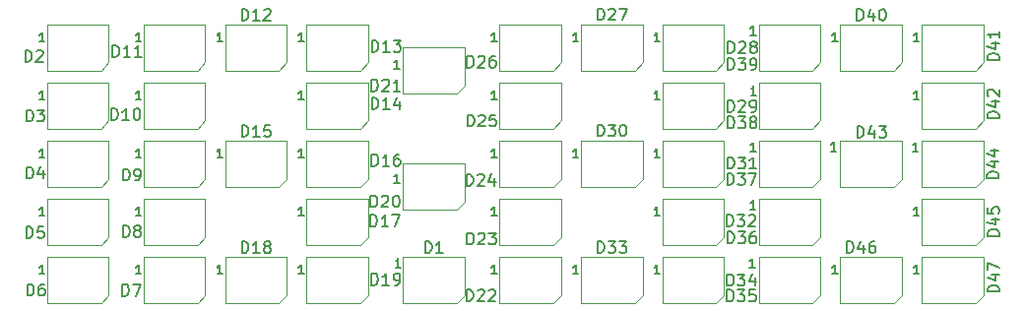
<source format=gbr>
%TF.GenerationSoftware,KiCad,Pcbnew,9.0.5*%
%TF.CreationDate,2025-11-23T18:29:56+02:00*%
%TF.ProjectId,Business_Card,42757369-6e65-4737-935f-436172642e6b,rev?*%
%TF.SameCoordinates,Original*%
%TF.FileFunction,Legend,Top*%
%TF.FilePolarity,Positive*%
%FSLAX46Y46*%
G04 Gerber Fmt 4.6, Leading zero omitted, Abs format (unit mm)*
G04 Created by KiCad (PCBNEW 9.0.5) date 2025-11-23 18:29:56*
%MOMM*%
%LPD*%
G01*
G04 APERTURE LIST*
%ADD10C,0.150000*%
%ADD11C,0.120000*%
G04 APERTURE END LIST*
D10*
X130189642Y-92666676D02*
X130189642Y-91666676D01*
X130189642Y-91666676D02*
X130427737Y-91666676D01*
X130427737Y-91666676D02*
X130570594Y-91714295D01*
X130570594Y-91714295D02*
X130665832Y-91809533D01*
X130665832Y-91809533D02*
X130713451Y-91904771D01*
X130713451Y-91904771D02*
X130761070Y-92095247D01*
X130761070Y-92095247D02*
X130761070Y-92238104D01*
X130761070Y-92238104D02*
X130713451Y-92428580D01*
X130713451Y-92428580D02*
X130665832Y-92523818D01*
X130665832Y-92523818D02*
X130570594Y-92619057D01*
X130570594Y-92619057D02*
X130427737Y-92666676D01*
X130427737Y-92666676D02*
X130189642Y-92666676D01*
X131142023Y-91761914D02*
X131189642Y-91714295D01*
X131189642Y-91714295D02*
X131284880Y-91666676D01*
X131284880Y-91666676D02*
X131522975Y-91666676D01*
X131522975Y-91666676D02*
X131618213Y-91714295D01*
X131618213Y-91714295D02*
X131665832Y-91761914D01*
X131665832Y-91761914D02*
X131713451Y-91857152D01*
X131713451Y-91857152D02*
X131713451Y-91952390D01*
X131713451Y-91952390D02*
X131665832Y-92095247D01*
X131665832Y-92095247D02*
X131094404Y-92666676D01*
X131094404Y-92666676D02*
X131713451Y-92666676D01*
X132046785Y-91666676D02*
X132713451Y-91666676D01*
X132713451Y-91666676D02*
X132284880Y-92666676D01*
X128528571Y-94512295D02*
X128071428Y-94512295D01*
X128300000Y-94512295D02*
X128300000Y-93712295D01*
X128300000Y-93712295D02*
X128223809Y-93826580D01*
X128223809Y-93826580D02*
X128147619Y-93902771D01*
X128147619Y-93902771D02*
X128071428Y-93940866D01*
X110775714Y-95394819D02*
X110775714Y-94394819D01*
X110775714Y-94394819D02*
X111013809Y-94394819D01*
X111013809Y-94394819D02*
X111156666Y-94442438D01*
X111156666Y-94442438D02*
X111251904Y-94537676D01*
X111251904Y-94537676D02*
X111299523Y-94632914D01*
X111299523Y-94632914D02*
X111347142Y-94823390D01*
X111347142Y-94823390D02*
X111347142Y-94966247D01*
X111347142Y-94966247D02*
X111299523Y-95156723D01*
X111299523Y-95156723D02*
X111251904Y-95251961D01*
X111251904Y-95251961D02*
X111156666Y-95347200D01*
X111156666Y-95347200D02*
X111013809Y-95394819D01*
X111013809Y-95394819D02*
X110775714Y-95394819D01*
X112299523Y-95394819D02*
X111728095Y-95394819D01*
X112013809Y-95394819D02*
X112013809Y-94394819D01*
X112013809Y-94394819D02*
X111918571Y-94537676D01*
X111918571Y-94537676D02*
X111823333Y-94632914D01*
X111823333Y-94632914D02*
X111728095Y-94680533D01*
X112632857Y-94394819D02*
X113251904Y-94394819D01*
X113251904Y-94394819D02*
X112918571Y-94775771D01*
X112918571Y-94775771D02*
X113061428Y-94775771D01*
X113061428Y-94775771D02*
X113156666Y-94823390D01*
X113156666Y-94823390D02*
X113204285Y-94871009D01*
X113204285Y-94871009D02*
X113251904Y-94966247D01*
X113251904Y-94966247D02*
X113251904Y-95204342D01*
X113251904Y-95204342D02*
X113204285Y-95299580D01*
X113204285Y-95299580D02*
X113156666Y-95347200D01*
X113156666Y-95347200D02*
X113061428Y-95394819D01*
X113061428Y-95394819D02*
X112775714Y-95394819D01*
X112775714Y-95394819D02*
X112680476Y-95347200D01*
X112680476Y-95347200D02*
X112632857Y-95299580D01*
X104928571Y-94512295D02*
X104471428Y-94512295D01*
X104700000Y-94512295D02*
X104700000Y-93712295D01*
X104700000Y-93712295D02*
X104623809Y-93826580D01*
X104623809Y-93826580D02*
X104547619Y-93902771D01*
X104547619Y-93902771D02*
X104471428Y-93940866D01*
X110765714Y-100324819D02*
X110765714Y-99324819D01*
X110765714Y-99324819D02*
X111003809Y-99324819D01*
X111003809Y-99324819D02*
X111146666Y-99372438D01*
X111146666Y-99372438D02*
X111241904Y-99467676D01*
X111241904Y-99467676D02*
X111289523Y-99562914D01*
X111289523Y-99562914D02*
X111337142Y-99753390D01*
X111337142Y-99753390D02*
X111337142Y-99896247D01*
X111337142Y-99896247D02*
X111289523Y-100086723D01*
X111289523Y-100086723D02*
X111241904Y-100181961D01*
X111241904Y-100181961D02*
X111146666Y-100277200D01*
X111146666Y-100277200D02*
X111003809Y-100324819D01*
X111003809Y-100324819D02*
X110765714Y-100324819D01*
X112289523Y-100324819D02*
X111718095Y-100324819D01*
X112003809Y-100324819D02*
X112003809Y-99324819D01*
X112003809Y-99324819D02*
X111908571Y-99467676D01*
X111908571Y-99467676D02*
X111813333Y-99562914D01*
X111813333Y-99562914D02*
X111718095Y-99610533D01*
X113146666Y-99658152D02*
X113146666Y-100324819D01*
X112908571Y-99277200D02*
X112670476Y-99991485D01*
X112670476Y-99991485D02*
X113289523Y-99991485D01*
X104928571Y-99512295D02*
X104471428Y-99512295D01*
X104700000Y-99512295D02*
X104700000Y-98712295D01*
X104700000Y-98712295D02*
X104623809Y-98826580D01*
X104623809Y-98826580D02*
X104547619Y-98902771D01*
X104547619Y-98902771D02*
X104471428Y-98940866D01*
X89321905Y-116384819D02*
X89321905Y-115384819D01*
X89321905Y-115384819D02*
X89560000Y-115384819D01*
X89560000Y-115384819D02*
X89702857Y-115432438D01*
X89702857Y-115432438D02*
X89798095Y-115527676D01*
X89798095Y-115527676D02*
X89845714Y-115622914D01*
X89845714Y-115622914D02*
X89893333Y-115813390D01*
X89893333Y-115813390D02*
X89893333Y-115956247D01*
X89893333Y-115956247D02*
X89845714Y-116146723D01*
X89845714Y-116146723D02*
X89798095Y-116241961D01*
X89798095Y-116241961D02*
X89702857Y-116337200D01*
X89702857Y-116337200D02*
X89560000Y-116384819D01*
X89560000Y-116384819D02*
X89321905Y-116384819D01*
X90226667Y-115384819D02*
X90893333Y-115384819D01*
X90893333Y-115384819D02*
X90464762Y-116384819D01*
X90928571Y-114512295D02*
X90471428Y-114512295D01*
X90700000Y-114512295D02*
X90700000Y-113712295D01*
X90700000Y-113712295D02*
X90623809Y-113826580D01*
X90623809Y-113826580D02*
X90547619Y-113902771D01*
X90547619Y-113902771D02*
X90471428Y-113940866D01*
X110665714Y-108754819D02*
X110665714Y-107754819D01*
X110665714Y-107754819D02*
X110903809Y-107754819D01*
X110903809Y-107754819D02*
X111046666Y-107802438D01*
X111046666Y-107802438D02*
X111141904Y-107897676D01*
X111141904Y-107897676D02*
X111189523Y-107992914D01*
X111189523Y-107992914D02*
X111237142Y-108183390D01*
X111237142Y-108183390D02*
X111237142Y-108326247D01*
X111237142Y-108326247D02*
X111189523Y-108516723D01*
X111189523Y-108516723D02*
X111141904Y-108611961D01*
X111141904Y-108611961D02*
X111046666Y-108707200D01*
X111046666Y-108707200D02*
X110903809Y-108754819D01*
X110903809Y-108754819D02*
X110665714Y-108754819D01*
X111618095Y-107850057D02*
X111665714Y-107802438D01*
X111665714Y-107802438D02*
X111760952Y-107754819D01*
X111760952Y-107754819D02*
X111999047Y-107754819D01*
X111999047Y-107754819D02*
X112094285Y-107802438D01*
X112094285Y-107802438D02*
X112141904Y-107850057D01*
X112141904Y-107850057D02*
X112189523Y-107945295D01*
X112189523Y-107945295D02*
X112189523Y-108040533D01*
X112189523Y-108040533D02*
X112141904Y-108183390D01*
X112141904Y-108183390D02*
X111570476Y-108754819D01*
X111570476Y-108754819D02*
X112189523Y-108754819D01*
X112808571Y-107754819D02*
X112903809Y-107754819D01*
X112903809Y-107754819D02*
X112999047Y-107802438D01*
X112999047Y-107802438D02*
X113046666Y-107850057D01*
X113046666Y-107850057D02*
X113094285Y-107945295D01*
X113094285Y-107945295D02*
X113141904Y-108135771D01*
X113141904Y-108135771D02*
X113141904Y-108373866D01*
X113141904Y-108373866D02*
X113094285Y-108564342D01*
X113094285Y-108564342D02*
X113046666Y-108659580D01*
X113046666Y-108659580D02*
X112999047Y-108707200D01*
X112999047Y-108707200D02*
X112903809Y-108754819D01*
X112903809Y-108754819D02*
X112808571Y-108754819D01*
X112808571Y-108754819D02*
X112713333Y-108707200D01*
X112713333Y-108707200D02*
X112665714Y-108659580D01*
X112665714Y-108659580D02*
X112618095Y-108564342D01*
X112618095Y-108564342D02*
X112570476Y-108373866D01*
X112570476Y-108373866D02*
X112570476Y-108135771D01*
X112570476Y-108135771D02*
X112618095Y-107945295D01*
X112618095Y-107945295D02*
X112665714Y-107850057D01*
X112665714Y-107850057D02*
X112713333Y-107802438D01*
X112713333Y-107802438D02*
X112808571Y-107754819D01*
X113138571Y-106682295D02*
X112681428Y-106682295D01*
X112910000Y-106682295D02*
X112910000Y-105882295D01*
X112910000Y-105882295D02*
X112833809Y-105996580D01*
X112833809Y-105996580D02*
X112757619Y-106072771D01*
X112757619Y-106072771D02*
X112681428Y-106110866D01*
X164704819Y-96084285D02*
X163704819Y-96084285D01*
X163704819Y-96084285D02*
X163704819Y-95846190D01*
X163704819Y-95846190D02*
X163752438Y-95703333D01*
X163752438Y-95703333D02*
X163847676Y-95608095D01*
X163847676Y-95608095D02*
X163942914Y-95560476D01*
X163942914Y-95560476D02*
X164133390Y-95512857D01*
X164133390Y-95512857D02*
X164276247Y-95512857D01*
X164276247Y-95512857D02*
X164466723Y-95560476D01*
X164466723Y-95560476D02*
X164561961Y-95608095D01*
X164561961Y-95608095D02*
X164657200Y-95703333D01*
X164657200Y-95703333D02*
X164704819Y-95846190D01*
X164704819Y-95846190D02*
X164704819Y-96084285D01*
X164038152Y-94655714D02*
X164704819Y-94655714D01*
X163657200Y-94893809D02*
X164371485Y-95131904D01*
X164371485Y-95131904D02*
X164371485Y-94512857D01*
X164704819Y-93608095D02*
X164704819Y-94179523D01*
X164704819Y-93893809D02*
X163704819Y-93893809D01*
X163704819Y-93893809D02*
X163847676Y-93989047D01*
X163847676Y-93989047D02*
X163942914Y-94084285D01*
X163942914Y-94084285D02*
X163990533Y-94179523D01*
X157828571Y-94512295D02*
X157371428Y-94512295D01*
X157600000Y-94512295D02*
X157600000Y-93712295D01*
X157600000Y-93712295D02*
X157523809Y-93826580D01*
X157523809Y-93826580D02*
X157447619Y-93902771D01*
X157447619Y-93902771D02*
X157371428Y-93940866D01*
X81081905Y-106284819D02*
X81081905Y-105284819D01*
X81081905Y-105284819D02*
X81320000Y-105284819D01*
X81320000Y-105284819D02*
X81462857Y-105332438D01*
X81462857Y-105332438D02*
X81558095Y-105427676D01*
X81558095Y-105427676D02*
X81605714Y-105522914D01*
X81605714Y-105522914D02*
X81653333Y-105713390D01*
X81653333Y-105713390D02*
X81653333Y-105856247D01*
X81653333Y-105856247D02*
X81605714Y-106046723D01*
X81605714Y-106046723D02*
X81558095Y-106141961D01*
X81558095Y-106141961D02*
X81462857Y-106237200D01*
X81462857Y-106237200D02*
X81320000Y-106284819D01*
X81320000Y-106284819D02*
X81081905Y-106284819D01*
X82510476Y-105618152D02*
X82510476Y-106284819D01*
X82272381Y-105237200D02*
X82034286Y-105951485D01*
X82034286Y-105951485D02*
X82653333Y-105951485D01*
X82628571Y-104512295D02*
X82171428Y-104512295D01*
X82400000Y-104512295D02*
X82400000Y-103712295D01*
X82400000Y-103712295D02*
X82323809Y-103826580D01*
X82323809Y-103826580D02*
X82247619Y-103902771D01*
X82247619Y-103902771D02*
X82171428Y-103940866D01*
X141375714Y-96934819D02*
X141375714Y-95934819D01*
X141375714Y-95934819D02*
X141613809Y-95934819D01*
X141613809Y-95934819D02*
X141756666Y-95982438D01*
X141756666Y-95982438D02*
X141851904Y-96077676D01*
X141851904Y-96077676D02*
X141899523Y-96172914D01*
X141899523Y-96172914D02*
X141947142Y-96363390D01*
X141947142Y-96363390D02*
X141947142Y-96506247D01*
X141947142Y-96506247D02*
X141899523Y-96696723D01*
X141899523Y-96696723D02*
X141851904Y-96791961D01*
X141851904Y-96791961D02*
X141756666Y-96887200D01*
X141756666Y-96887200D02*
X141613809Y-96934819D01*
X141613809Y-96934819D02*
X141375714Y-96934819D01*
X142280476Y-95934819D02*
X142899523Y-95934819D01*
X142899523Y-95934819D02*
X142566190Y-96315771D01*
X142566190Y-96315771D02*
X142709047Y-96315771D01*
X142709047Y-96315771D02*
X142804285Y-96363390D01*
X142804285Y-96363390D02*
X142851904Y-96411009D01*
X142851904Y-96411009D02*
X142899523Y-96506247D01*
X142899523Y-96506247D02*
X142899523Y-96744342D01*
X142899523Y-96744342D02*
X142851904Y-96839580D01*
X142851904Y-96839580D02*
X142804285Y-96887200D01*
X142804285Y-96887200D02*
X142709047Y-96934819D01*
X142709047Y-96934819D02*
X142423333Y-96934819D01*
X142423333Y-96934819D02*
X142328095Y-96887200D01*
X142328095Y-96887200D02*
X142280476Y-96839580D01*
X143375714Y-96934819D02*
X143566190Y-96934819D01*
X143566190Y-96934819D02*
X143661428Y-96887200D01*
X143661428Y-96887200D02*
X143709047Y-96839580D01*
X143709047Y-96839580D02*
X143804285Y-96696723D01*
X143804285Y-96696723D02*
X143851904Y-96506247D01*
X143851904Y-96506247D02*
X143851904Y-96125295D01*
X143851904Y-96125295D02*
X143804285Y-96030057D01*
X143804285Y-96030057D02*
X143756666Y-95982438D01*
X143756666Y-95982438D02*
X143661428Y-95934819D01*
X143661428Y-95934819D02*
X143470952Y-95934819D01*
X143470952Y-95934819D02*
X143375714Y-95982438D01*
X143375714Y-95982438D02*
X143328095Y-96030057D01*
X143328095Y-96030057D02*
X143280476Y-96125295D01*
X143280476Y-96125295D02*
X143280476Y-96363390D01*
X143280476Y-96363390D02*
X143328095Y-96458628D01*
X143328095Y-96458628D02*
X143375714Y-96506247D01*
X143375714Y-96506247D02*
X143470952Y-96553866D01*
X143470952Y-96553866D02*
X143661428Y-96553866D01*
X143661428Y-96553866D02*
X143756666Y-96506247D01*
X143756666Y-96506247D02*
X143804285Y-96458628D01*
X143804285Y-96458628D02*
X143851904Y-96363390D01*
X143808571Y-93942295D02*
X143351428Y-93942295D01*
X143580000Y-93942295D02*
X143580000Y-93142295D01*
X143580000Y-93142295D02*
X143503809Y-93256580D01*
X143503809Y-93256580D02*
X143427619Y-93332771D01*
X143427619Y-93332771D02*
X143351428Y-93370866D01*
X164694819Y-101094285D02*
X163694819Y-101094285D01*
X163694819Y-101094285D02*
X163694819Y-100856190D01*
X163694819Y-100856190D02*
X163742438Y-100713333D01*
X163742438Y-100713333D02*
X163837676Y-100618095D01*
X163837676Y-100618095D02*
X163932914Y-100570476D01*
X163932914Y-100570476D02*
X164123390Y-100522857D01*
X164123390Y-100522857D02*
X164266247Y-100522857D01*
X164266247Y-100522857D02*
X164456723Y-100570476D01*
X164456723Y-100570476D02*
X164551961Y-100618095D01*
X164551961Y-100618095D02*
X164647200Y-100713333D01*
X164647200Y-100713333D02*
X164694819Y-100856190D01*
X164694819Y-100856190D02*
X164694819Y-101094285D01*
X164028152Y-99665714D02*
X164694819Y-99665714D01*
X163647200Y-99903809D02*
X164361485Y-100141904D01*
X164361485Y-100141904D02*
X164361485Y-99522857D01*
X163790057Y-99189523D02*
X163742438Y-99141904D01*
X163742438Y-99141904D02*
X163694819Y-99046666D01*
X163694819Y-99046666D02*
X163694819Y-98808571D01*
X163694819Y-98808571D02*
X163742438Y-98713333D01*
X163742438Y-98713333D02*
X163790057Y-98665714D01*
X163790057Y-98665714D02*
X163885295Y-98618095D01*
X163885295Y-98618095D02*
X163980533Y-98618095D01*
X163980533Y-98618095D02*
X164123390Y-98665714D01*
X164123390Y-98665714D02*
X164694819Y-99237142D01*
X164694819Y-99237142D02*
X164694819Y-98618095D01*
X157828571Y-99512295D02*
X157371428Y-99512295D01*
X157600000Y-99512295D02*
X157600000Y-98712295D01*
X157600000Y-98712295D02*
X157523809Y-98826580D01*
X157523809Y-98826580D02*
X157447619Y-98902771D01*
X157447619Y-98902771D02*
X157371428Y-98940866D01*
X81081905Y-101374819D02*
X81081905Y-100374819D01*
X81081905Y-100374819D02*
X81320000Y-100374819D01*
X81320000Y-100374819D02*
X81462857Y-100422438D01*
X81462857Y-100422438D02*
X81558095Y-100517676D01*
X81558095Y-100517676D02*
X81605714Y-100612914D01*
X81605714Y-100612914D02*
X81653333Y-100803390D01*
X81653333Y-100803390D02*
X81653333Y-100946247D01*
X81653333Y-100946247D02*
X81605714Y-101136723D01*
X81605714Y-101136723D02*
X81558095Y-101231961D01*
X81558095Y-101231961D02*
X81462857Y-101327200D01*
X81462857Y-101327200D02*
X81320000Y-101374819D01*
X81320000Y-101374819D02*
X81081905Y-101374819D01*
X81986667Y-100374819D02*
X82605714Y-100374819D01*
X82605714Y-100374819D02*
X82272381Y-100755771D01*
X82272381Y-100755771D02*
X82415238Y-100755771D01*
X82415238Y-100755771D02*
X82510476Y-100803390D01*
X82510476Y-100803390D02*
X82558095Y-100851009D01*
X82558095Y-100851009D02*
X82605714Y-100946247D01*
X82605714Y-100946247D02*
X82605714Y-101184342D01*
X82605714Y-101184342D02*
X82558095Y-101279580D01*
X82558095Y-101279580D02*
X82510476Y-101327200D01*
X82510476Y-101327200D02*
X82415238Y-101374819D01*
X82415238Y-101374819D02*
X82129524Y-101374819D01*
X82129524Y-101374819D02*
X82034286Y-101327200D01*
X82034286Y-101327200D02*
X81986667Y-101279580D01*
X82628571Y-99512295D02*
X82171428Y-99512295D01*
X82400000Y-99512295D02*
X82400000Y-98712295D01*
X82400000Y-98712295D02*
X82323809Y-98826580D01*
X82323809Y-98826580D02*
X82247619Y-98902771D01*
X82247619Y-98902771D02*
X82171428Y-98940866D01*
X152485714Y-92704819D02*
X152485714Y-91704819D01*
X152485714Y-91704819D02*
X152723809Y-91704819D01*
X152723809Y-91704819D02*
X152866666Y-91752438D01*
X152866666Y-91752438D02*
X152961904Y-91847676D01*
X152961904Y-91847676D02*
X153009523Y-91942914D01*
X153009523Y-91942914D02*
X153057142Y-92133390D01*
X153057142Y-92133390D02*
X153057142Y-92276247D01*
X153057142Y-92276247D02*
X153009523Y-92466723D01*
X153009523Y-92466723D02*
X152961904Y-92561961D01*
X152961904Y-92561961D02*
X152866666Y-92657200D01*
X152866666Y-92657200D02*
X152723809Y-92704819D01*
X152723809Y-92704819D02*
X152485714Y-92704819D01*
X153914285Y-92038152D02*
X153914285Y-92704819D01*
X153676190Y-91657200D02*
X153438095Y-92371485D01*
X153438095Y-92371485D02*
X154057142Y-92371485D01*
X154628571Y-91704819D02*
X154723809Y-91704819D01*
X154723809Y-91704819D02*
X154819047Y-91752438D01*
X154819047Y-91752438D02*
X154866666Y-91800057D01*
X154866666Y-91800057D02*
X154914285Y-91895295D01*
X154914285Y-91895295D02*
X154961904Y-92085771D01*
X154961904Y-92085771D02*
X154961904Y-92323866D01*
X154961904Y-92323866D02*
X154914285Y-92514342D01*
X154914285Y-92514342D02*
X154866666Y-92609580D01*
X154866666Y-92609580D02*
X154819047Y-92657200D01*
X154819047Y-92657200D02*
X154723809Y-92704819D01*
X154723809Y-92704819D02*
X154628571Y-92704819D01*
X154628571Y-92704819D02*
X154533333Y-92657200D01*
X154533333Y-92657200D02*
X154485714Y-92609580D01*
X154485714Y-92609580D02*
X154438095Y-92514342D01*
X154438095Y-92514342D02*
X154390476Y-92323866D01*
X154390476Y-92323866D02*
X154390476Y-92085771D01*
X154390476Y-92085771D02*
X154438095Y-91895295D01*
X154438095Y-91895295D02*
X154485714Y-91800057D01*
X154485714Y-91800057D02*
X154533333Y-91752438D01*
X154533333Y-91752438D02*
X154628571Y-91704819D01*
X150828571Y-94512295D02*
X150371428Y-94512295D01*
X150600000Y-94512295D02*
X150600000Y-93712295D01*
X150600000Y-93712295D02*
X150523809Y-93826580D01*
X150523809Y-93826580D02*
X150447619Y-93902771D01*
X150447619Y-93902771D02*
X150371428Y-93940866D01*
X152515714Y-102764819D02*
X152515714Y-101764819D01*
X152515714Y-101764819D02*
X152753809Y-101764819D01*
X152753809Y-101764819D02*
X152896666Y-101812438D01*
X152896666Y-101812438D02*
X152991904Y-101907676D01*
X152991904Y-101907676D02*
X153039523Y-102002914D01*
X153039523Y-102002914D02*
X153087142Y-102193390D01*
X153087142Y-102193390D02*
X153087142Y-102336247D01*
X153087142Y-102336247D02*
X153039523Y-102526723D01*
X153039523Y-102526723D02*
X152991904Y-102621961D01*
X152991904Y-102621961D02*
X152896666Y-102717200D01*
X152896666Y-102717200D02*
X152753809Y-102764819D01*
X152753809Y-102764819D02*
X152515714Y-102764819D01*
X153944285Y-102098152D02*
X153944285Y-102764819D01*
X153706190Y-101717200D02*
X153468095Y-102431485D01*
X153468095Y-102431485D02*
X154087142Y-102431485D01*
X154372857Y-101764819D02*
X154991904Y-101764819D01*
X154991904Y-101764819D02*
X154658571Y-102145771D01*
X154658571Y-102145771D02*
X154801428Y-102145771D01*
X154801428Y-102145771D02*
X154896666Y-102193390D01*
X154896666Y-102193390D02*
X154944285Y-102241009D01*
X154944285Y-102241009D02*
X154991904Y-102336247D01*
X154991904Y-102336247D02*
X154991904Y-102574342D01*
X154991904Y-102574342D02*
X154944285Y-102669580D01*
X154944285Y-102669580D02*
X154896666Y-102717200D01*
X154896666Y-102717200D02*
X154801428Y-102764819D01*
X154801428Y-102764819D02*
X154515714Y-102764819D01*
X154515714Y-102764819D02*
X154420476Y-102717200D01*
X154420476Y-102717200D02*
X154372857Y-102669580D01*
X150708571Y-103932295D02*
X150251428Y-103932295D01*
X150480000Y-103932295D02*
X150480000Y-103132295D01*
X150480000Y-103132295D02*
X150403809Y-103246580D01*
X150403809Y-103246580D02*
X150327619Y-103322771D01*
X150327619Y-103322771D02*
X150251428Y-103360866D01*
X141325714Y-106824819D02*
X141325714Y-105824819D01*
X141325714Y-105824819D02*
X141563809Y-105824819D01*
X141563809Y-105824819D02*
X141706666Y-105872438D01*
X141706666Y-105872438D02*
X141801904Y-105967676D01*
X141801904Y-105967676D02*
X141849523Y-106062914D01*
X141849523Y-106062914D02*
X141897142Y-106253390D01*
X141897142Y-106253390D02*
X141897142Y-106396247D01*
X141897142Y-106396247D02*
X141849523Y-106586723D01*
X141849523Y-106586723D02*
X141801904Y-106681961D01*
X141801904Y-106681961D02*
X141706666Y-106777200D01*
X141706666Y-106777200D02*
X141563809Y-106824819D01*
X141563809Y-106824819D02*
X141325714Y-106824819D01*
X142230476Y-105824819D02*
X142849523Y-105824819D01*
X142849523Y-105824819D02*
X142516190Y-106205771D01*
X142516190Y-106205771D02*
X142659047Y-106205771D01*
X142659047Y-106205771D02*
X142754285Y-106253390D01*
X142754285Y-106253390D02*
X142801904Y-106301009D01*
X142801904Y-106301009D02*
X142849523Y-106396247D01*
X142849523Y-106396247D02*
X142849523Y-106634342D01*
X142849523Y-106634342D02*
X142801904Y-106729580D01*
X142801904Y-106729580D02*
X142754285Y-106777200D01*
X142754285Y-106777200D02*
X142659047Y-106824819D01*
X142659047Y-106824819D02*
X142373333Y-106824819D01*
X142373333Y-106824819D02*
X142278095Y-106777200D01*
X142278095Y-106777200D02*
X142230476Y-106729580D01*
X143182857Y-105824819D02*
X143849523Y-105824819D01*
X143849523Y-105824819D02*
X143420952Y-106824819D01*
X143798571Y-103992295D02*
X143341428Y-103992295D01*
X143570000Y-103992295D02*
X143570000Y-103192295D01*
X143570000Y-103192295D02*
X143493809Y-103306580D01*
X143493809Y-103306580D02*
X143417619Y-103382771D01*
X143417619Y-103382771D02*
X143341428Y-103420866D01*
X88375714Y-101264819D02*
X88375714Y-100264819D01*
X88375714Y-100264819D02*
X88613809Y-100264819D01*
X88613809Y-100264819D02*
X88756666Y-100312438D01*
X88756666Y-100312438D02*
X88851904Y-100407676D01*
X88851904Y-100407676D02*
X88899523Y-100502914D01*
X88899523Y-100502914D02*
X88947142Y-100693390D01*
X88947142Y-100693390D02*
X88947142Y-100836247D01*
X88947142Y-100836247D02*
X88899523Y-101026723D01*
X88899523Y-101026723D02*
X88851904Y-101121961D01*
X88851904Y-101121961D02*
X88756666Y-101217200D01*
X88756666Y-101217200D02*
X88613809Y-101264819D01*
X88613809Y-101264819D02*
X88375714Y-101264819D01*
X89899523Y-101264819D02*
X89328095Y-101264819D01*
X89613809Y-101264819D02*
X89613809Y-100264819D01*
X89613809Y-100264819D02*
X89518571Y-100407676D01*
X89518571Y-100407676D02*
X89423333Y-100502914D01*
X89423333Y-100502914D02*
X89328095Y-100550533D01*
X90518571Y-100264819D02*
X90613809Y-100264819D01*
X90613809Y-100264819D02*
X90709047Y-100312438D01*
X90709047Y-100312438D02*
X90756666Y-100360057D01*
X90756666Y-100360057D02*
X90804285Y-100455295D01*
X90804285Y-100455295D02*
X90851904Y-100645771D01*
X90851904Y-100645771D02*
X90851904Y-100883866D01*
X90851904Y-100883866D02*
X90804285Y-101074342D01*
X90804285Y-101074342D02*
X90756666Y-101169580D01*
X90756666Y-101169580D02*
X90709047Y-101217200D01*
X90709047Y-101217200D02*
X90613809Y-101264819D01*
X90613809Y-101264819D02*
X90518571Y-101264819D01*
X90518571Y-101264819D02*
X90423333Y-101217200D01*
X90423333Y-101217200D02*
X90375714Y-101169580D01*
X90375714Y-101169580D02*
X90328095Y-101074342D01*
X90328095Y-101074342D02*
X90280476Y-100883866D01*
X90280476Y-100883866D02*
X90280476Y-100645771D01*
X90280476Y-100645771D02*
X90328095Y-100455295D01*
X90328095Y-100455295D02*
X90375714Y-100360057D01*
X90375714Y-100360057D02*
X90423333Y-100312438D01*
X90423333Y-100312438D02*
X90518571Y-100264819D01*
X90928571Y-99512295D02*
X90471428Y-99512295D01*
X90700000Y-99512295D02*
X90700000Y-98712295D01*
X90700000Y-98712295D02*
X90623809Y-98826580D01*
X90623809Y-98826580D02*
X90547619Y-98902771D01*
X90547619Y-98902771D02*
X90471428Y-98940866D01*
X164714819Y-111224285D02*
X163714819Y-111224285D01*
X163714819Y-111224285D02*
X163714819Y-110986190D01*
X163714819Y-110986190D02*
X163762438Y-110843333D01*
X163762438Y-110843333D02*
X163857676Y-110748095D01*
X163857676Y-110748095D02*
X163952914Y-110700476D01*
X163952914Y-110700476D02*
X164143390Y-110652857D01*
X164143390Y-110652857D02*
X164286247Y-110652857D01*
X164286247Y-110652857D02*
X164476723Y-110700476D01*
X164476723Y-110700476D02*
X164571961Y-110748095D01*
X164571961Y-110748095D02*
X164667200Y-110843333D01*
X164667200Y-110843333D02*
X164714819Y-110986190D01*
X164714819Y-110986190D02*
X164714819Y-111224285D01*
X164048152Y-109795714D02*
X164714819Y-109795714D01*
X163667200Y-110033809D02*
X164381485Y-110271904D01*
X164381485Y-110271904D02*
X164381485Y-109652857D01*
X163714819Y-108795714D02*
X163714819Y-109271904D01*
X163714819Y-109271904D02*
X164191009Y-109319523D01*
X164191009Y-109319523D02*
X164143390Y-109271904D01*
X164143390Y-109271904D02*
X164095771Y-109176666D01*
X164095771Y-109176666D02*
X164095771Y-108938571D01*
X164095771Y-108938571D02*
X164143390Y-108843333D01*
X164143390Y-108843333D02*
X164191009Y-108795714D01*
X164191009Y-108795714D02*
X164286247Y-108748095D01*
X164286247Y-108748095D02*
X164524342Y-108748095D01*
X164524342Y-108748095D02*
X164619580Y-108795714D01*
X164619580Y-108795714D02*
X164667200Y-108843333D01*
X164667200Y-108843333D02*
X164714819Y-108938571D01*
X164714819Y-108938571D02*
X164714819Y-109176666D01*
X164714819Y-109176666D02*
X164667200Y-109271904D01*
X164667200Y-109271904D02*
X164619580Y-109319523D01*
X157828571Y-109512295D02*
X157371428Y-109512295D01*
X157600000Y-109512295D02*
X157600000Y-108712295D01*
X157600000Y-108712295D02*
X157523809Y-108826580D01*
X157523809Y-108826580D02*
X157447619Y-108902771D01*
X157447619Y-108902771D02*
X157371428Y-108940866D01*
X130175714Y-102654819D02*
X130175714Y-101654819D01*
X130175714Y-101654819D02*
X130413809Y-101654819D01*
X130413809Y-101654819D02*
X130556666Y-101702438D01*
X130556666Y-101702438D02*
X130651904Y-101797676D01*
X130651904Y-101797676D02*
X130699523Y-101892914D01*
X130699523Y-101892914D02*
X130747142Y-102083390D01*
X130747142Y-102083390D02*
X130747142Y-102226247D01*
X130747142Y-102226247D02*
X130699523Y-102416723D01*
X130699523Y-102416723D02*
X130651904Y-102511961D01*
X130651904Y-102511961D02*
X130556666Y-102607200D01*
X130556666Y-102607200D02*
X130413809Y-102654819D01*
X130413809Y-102654819D02*
X130175714Y-102654819D01*
X131080476Y-101654819D02*
X131699523Y-101654819D01*
X131699523Y-101654819D02*
X131366190Y-102035771D01*
X131366190Y-102035771D02*
X131509047Y-102035771D01*
X131509047Y-102035771D02*
X131604285Y-102083390D01*
X131604285Y-102083390D02*
X131651904Y-102131009D01*
X131651904Y-102131009D02*
X131699523Y-102226247D01*
X131699523Y-102226247D02*
X131699523Y-102464342D01*
X131699523Y-102464342D02*
X131651904Y-102559580D01*
X131651904Y-102559580D02*
X131604285Y-102607200D01*
X131604285Y-102607200D02*
X131509047Y-102654819D01*
X131509047Y-102654819D02*
X131223333Y-102654819D01*
X131223333Y-102654819D02*
X131128095Y-102607200D01*
X131128095Y-102607200D02*
X131080476Y-102559580D01*
X132318571Y-101654819D02*
X132413809Y-101654819D01*
X132413809Y-101654819D02*
X132509047Y-101702438D01*
X132509047Y-101702438D02*
X132556666Y-101750057D01*
X132556666Y-101750057D02*
X132604285Y-101845295D01*
X132604285Y-101845295D02*
X132651904Y-102035771D01*
X132651904Y-102035771D02*
X132651904Y-102273866D01*
X132651904Y-102273866D02*
X132604285Y-102464342D01*
X132604285Y-102464342D02*
X132556666Y-102559580D01*
X132556666Y-102559580D02*
X132509047Y-102607200D01*
X132509047Y-102607200D02*
X132413809Y-102654819D01*
X132413809Y-102654819D02*
X132318571Y-102654819D01*
X132318571Y-102654819D02*
X132223333Y-102607200D01*
X132223333Y-102607200D02*
X132175714Y-102559580D01*
X132175714Y-102559580D02*
X132128095Y-102464342D01*
X132128095Y-102464342D02*
X132080476Y-102273866D01*
X132080476Y-102273866D02*
X132080476Y-102035771D01*
X132080476Y-102035771D02*
X132128095Y-101845295D01*
X132128095Y-101845295D02*
X132175714Y-101750057D01*
X132175714Y-101750057D02*
X132223333Y-101702438D01*
X132223333Y-101702438D02*
X132318571Y-101654819D01*
X128528571Y-104512295D02*
X128071428Y-104512295D01*
X128300000Y-104512295D02*
X128300000Y-103712295D01*
X128300000Y-103712295D02*
X128223809Y-103826580D01*
X128223809Y-103826580D02*
X128147619Y-103902771D01*
X128147619Y-103902771D02*
X128071428Y-103940866D01*
X141315714Y-115514819D02*
X141315714Y-114514819D01*
X141315714Y-114514819D02*
X141553809Y-114514819D01*
X141553809Y-114514819D02*
X141696666Y-114562438D01*
X141696666Y-114562438D02*
X141791904Y-114657676D01*
X141791904Y-114657676D02*
X141839523Y-114752914D01*
X141839523Y-114752914D02*
X141887142Y-114943390D01*
X141887142Y-114943390D02*
X141887142Y-115086247D01*
X141887142Y-115086247D02*
X141839523Y-115276723D01*
X141839523Y-115276723D02*
X141791904Y-115371961D01*
X141791904Y-115371961D02*
X141696666Y-115467200D01*
X141696666Y-115467200D02*
X141553809Y-115514819D01*
X141553809Y-115514819D02*
X141315714Y-115514819D01*
X142220476Y-114514819D02*
X142839523Y-114514819D01*
X142839523Y-114514819D02*
X142506190Y-114895771D01*
X142506190Y-114895771D02*
X142649047Y-114895771D01*
X142649047Y-114895771D02*
X142744285Y-114943390D01*
X142744285Y-114943390D02*
X142791904Y-114991009D01*
X142791904Y-114991009D02*
X142839523Y-115086247D01*
X142839523Y-115086247D02*
X142839523Y-115324342D01*
X142839523Y-115324342D02*
X142791904Y-115419580D01*
X142791904Y-115419580D02*
X142744285Y-115467200D01*
X142744285Y-115467200D02*
X142649047Y-115514819D01*
X142649047Y-115514819D02*
X142363333Y-115514819D01*
X142363333Y-115514819D02*
X142268095Y-115467200D01*
X142268095Y-115467200D02*
X142220476Y-115419580D01*
X143696666Y-114848152D02*
X143696666Y-115514819D01*
X143458571Y-114467200D02*
X143220476Y-115181485D01*
X143220476Y-115181485D02*
X143839523Y-115181485D01*
X135528571Y-114512295D02*
X135071428Y-114512295D01*
X135300000Y-114512295D02*
X135300000Y-113712295D01*
X135300000Y-113712295D02*
X135223809Y-113826580D01*
X135223809Y-113826580D02*
X135147619Y-113902771D01*
X135147619Y-113902771D02*
X135071428Y-113940866D01*
X118995714Y-101804819D02*
X118995714Y-100804819D01*
X118995714Y-100804819D02*
X119233809Y-100804819D01*
X119233809Y-100804819D02*
X119376666Y-100852438D01*
X119376666Y-100852438D02*
X119471904Y-100947676D01*
X119471904Y-100947676D02*
X119519523Y-101042914D01*
X119519523Y-101042914D02*
X119567142Y-101233390D01*
X119567142Y-101233390D02*
X119567142Y-101376247D01*
X119567142Y-101376247D02*
X119519523Y-101566723D01*
X119519523Y-101566723D02*
X119471904Y-101661961D01*
X119471904Y-101661961D02*
X119376666Y-101757200D01*
X119376666Y-101757200D02*
X119233809Y-101804819D01*
X119233809Y-101804819D02*
X118995714Y-101804819D01*
X119948095Y-100900057D02*
X119995714Y-100852438D01*
X119995714Y-100852438D02*
X120090952Y-100804819D01*
X120090952Y-100804819D02*
X120329047Y-100804819D01*
X120329047Y-100804819D02*
X120424285Y-100852438D01*
X120424285Y-100852438D02*
X120471904Y-100900057D01*
X120471904Y-100900057D02*
X120519523Y-100995295D01*
X120519523Y-100995295D02*
X120519523Y-101090533D01*
X120519523Y-101090533D02*
X120471904Y-101233390D01*
X120471904Y-101233390D02*
X119900476Y-101804819D01*
X119900476Y-101804819D02*
X120519523Y-101804819D01*
X121424285Y-100804819D02*
X120948095Y-100804819D01*
X120948095Y-100804819D02*
X120900476Y-101281009D01*
X120900476Y-101281009D02*
X120948095Y-101233390D01*
X120948095Y-101233390D02*
X121043333Y-101185771D01*
X121043333Y-101185771D02*
X121281428Y-101185771D01*
X121281428Y-101185771D02*
X121376666Y-101233390D01*
X121376666Y-101233390D02*
X121424285Y-101281009D01*
X121424285Y-101281009D02*
X121471904Y-101376247D01*
X121471904Y-101376247D02*
X121471904Y-101614342D01*
X121471904Y-101614342D02*
X121424285Y-101709580D01*
X121424285Y-101709580D02*
X121376666Y-101757200D01*
X121376666Y-101757200D02*
X121281428Y-101804819D01*
X121281428Y-101804819D02*
X121043333Y-101804819D01*
X121043333Y-101804819D02*
X120948095Y-101757200D01*
X120948095Y-101757200D02*
X120900476Y-101709580D01*
X121528571Y-99512295D02*
X121071428Y-99512295D01*
X121300000Y-99512295D02*
X121300000Y-98712295D01*
X121300000Y-98712295D02*
X121223809Y-98826580D01*
X121223809Y-98826580D02*
X121147619Y-98902771D01*
X121147619Y-98902771D02*
X121071428Y-98940866D01*
X81141905Y-116374819D02*
X81141905Y-115374819D01*
X81141905Y-115374819D02*
X81380000Y-115374819D01*
X81380000Y-115374819D02*
X81522857Y-115422438D01*
X81522857Y-115422438D02*
X81618095Y-115517676D01*
X81618095Y-115517676D02*
X81665714Y-115612914D01*
X81665714Y-115612914D02*
X81713333Y-115803390D01*
X81713333Y-115803390D02*
X81713333Y-115946247D01*
X81713333Y-115946247D02*
X81665714Y-116136723D01*
X81665714Y-116136723D02*
X81618095Y-116231961D01*
X81618095Y-116231961D02*
X81522857Y-116327200D01*
X81522857Y-116327200D02*
X81380000Y-116374819D01*
X81380000Y-116374819D02*
X81141905Y-116374819D01*
X82570476Y-115374819D02*
X82380000Y-115374819D01*
X82380000Y-115374819D02*
X82284762Y-115422438D01*
X82284762Y-115422438D02*
X82237143Y-115470057D01*
X82237143Y-115470057D02*
X82141905Y-115612914D01*
X82141905Y-115612914D02*
X82094286Y-115803390D01*
X82094286Y-115803390D02*
X82094286Y-116184342D01*
X82094286Y-116184342D02*
X82141905Y-116279580D01*
X82141905Y-116279580D02*
X82189524Y-116327200D01*
X82189524Y-116327200D02*
X82284762Y-116374819D01*
X82284762Y-116374819D02*
X82475238Y-116374819D01*
X82475238Y-116374819D02*
X82570476Y-116327200D01*
X82570476Y-116327200D02*
X82618095Y-116279580D01*
X82618095Y-116279580D02*
X82665714Y-116184342D01*
X82665714Y-116184342D02*
X82665714Y-115946247D01*
X82665714Y-115946247D02*
X82618095Y-115851009D01*
X82618095Y-115851009D02*
X82570476Y-115803390D01*
X82570476Y-115803390D02*
X82475238Y-115755771D01*
X82475238Y-115755771D02*
X82284762Y-115755771D01*
X82284762Y-115755771D02*
X82189524Y-115803390D01*
X82189524Y-115803390D02*
X82141905Y-115851009D01*
X82141905Y-115851009D02*
X82094286Y-115946247D01*
X82628571Y-114512295D02*
X82171428Y-114512295D01*
X82400000Y-114512295D02*
X82400000Y-113712295D01*
X82400000Y-113712295D02*
X82323809Y-113826580D01*
X82323809Y-113826580D02*
X82247619Y-113902771D01*
X82247619Y-113902771D02*
X82171428Y-113940866D01*
X89381905Y-111324819D02*
X89381905Y-110324819D01*
X89381905Y-110324819D02*
X89620000Y-110324819D01*
X89620000Y-110324819D02*
X89762857Y-110372438D01*
X89762857Y-110372438D02*
X89858095Y-110467676D01*
X89858095Y-110467676D02*
X89905714Y-110562914D01*
X89905714Y-110562914D02*
X89953333Y-110753390D01*
X89953333Y-110753390D02*
X89953333Y-110896247D01*
X89953333Y-110896247D02*
X89905714Y-111086723D01*
X89905714Y-111086723D02*
X89858095Y-111181961D01*
X89858095Y-111181961D02*
X89762857Y-111277200D01*
X89762857Y-111277200D02*
X89620000Y-111324819D01*
X89620000Y-111324819D02*
X89381905Y-111324819D01*
X90524762Y-110753390D02*
X90429524Y-110705771D01*
X90429524Y-110705771D02*
X90381905Y-110658152D01*
X90381905Y-110658152D02*
X90334286Y-110562914D01*
X90334286Y-110562914D02*
X90334286Y-110515295D01*
X90334286Y-110515295D02*
X90381905Y-110420057D01*
X90381905Y-110420057D02*
X90429524Y-110372438D01*
X90429524Y-110372438D02*
X90524762Y-110324819D01*
X90524762Y-110324819D02*
X90715238Y-110324819D01*
X90715238Y-110324819D02*
X90810476Y-110372438D01*
X90810476Y-110372438D02*
X90858095Y-110420057D01*
X90858095Y-110420057D02*
X90905714Y-110515295D01*
X90905714Y-110515295D02*
X90905714Y-110562914D01*
X90905714Y-110562914D02*
X90858095Y-110658152D01*
X90858095Y-110658152D02*
X90810476Y-110705771D01*
X90810476Y-110705771D02*
X90715238Y-110753390D01*
X90715238Y-110753390D02*
X90524762Y-110753390D01*
X90524762Y-110753390D02*
X90429524Y-110801009D01*
X90429524Y-110801009D02*
X90381905Y-110848628D01*
X90381905Y-110848628D02*
X90334286Y-110943866D01*
X90334286Y-110943866D02*
X90334286Y-111134342D01*
X90334286Y-111134342D02*
X90381905Y-111229580D01*
X90381905Y-111229580D02*
X90429524Y-111277200D01*
X90429524Y-111277200D02*
X90524762Y-111324819D01*
X90524762Y-111324819D02*
X90715238Y-111324819D01*
X90715238Y-111324819D02*
X90810476Y-111277200D01*
X90810476Y-111277200D02*
X90858095Y-111229580D01*
X90858095Y-111229580D02*
X90905714Y-111134342D01*
X90905714Y-111134342D02*
X90905714Y-110943866D01*
X90905714Y-110943866D02*
X90858095Y-110848628D01*
X90858095Y-110848628D02*
X90810476Y-110801009D01*
X90810476Y-110801009D02*
X90715238Y-110753390D01*
X90928571Y-109512295D02*
X90471428Y-109512295D01*
X90700000Y-109512295D02*
X90700000Y-108712295D01*
X90700000Y-108712295D02*
X90623809Y-108826580D01*
X90623809Y-108826580D02*
X90547619Y-108902771D01*
X90547619Y-108902771D02*
X90471428Y-108940866D01*
X110655714Y-110414819D02*
X110655714Y-109414819D01*
X110655714Y-109414819D02*
X110893809Y-109414819D01*
X110893809Y-109414819D02*
X111036666Y-109462438D01*
X111036666Y-109462438D02*
X111131904Y-109557676D01*
X111131904Y-109557676D02*
X111179523Y-109652914D01*
X111179523Y-109652914D02*
X111227142Y-109843390D01*
X111227142Y-109843390D02*
X111227142Y-109986247D01*
X111227142Y-109986247D02*
X111179523Y-110176723D01*
X111179523Y-110176723D02*
X111131904Y-110271961D01*
X111131904Y-110271961D02*
X111036666Y-110367200D01*
X111036666Y-110367200D02*
X110893809Y-110414819D01*
X110893809Y-110414819D02*
X110655714Y-110414819D01*
X112179523Y-110414819D02*
X111608095Y-110414819D01*
X111893809Y-110414819D02*
X111893809Y-109414819D01*
X111893809Y-109414819D02*
X111798571Y-109557676D01*
X111798571Y-109557676D02*
X111703333Y-109652914D01*
X111703333Y-109652914D02*
X111608095Y-109700533D01*
X112512857Y-109414819D02*
X113179523Y-109414819D01*
X113179523Y-109414819D02*
X112750952Y-110414819D01*
X104928571Y-109512295D02*
X104471428Y-109512295D01*
X104700000Y-109512295D02*
X104700000Y-108712295D01*
X104700000Y-108712295D02*
X104623809Y-108826580D01*
X104623809Y-108826580D02*
X104547619Y-108902771D01*
X104547619Y-108902771D02*
X104471428Y-108940866D01*
X99585714Y-112704819D02*
X99585714Y-111704819D01*
X99585714Y-111704819D02*
X99823809Y-111704819D01*
X99823809Y-111704819D02*
X99966666Y-111752438D01*
X99966666Y-111752438D02*
X100061904Y-111847676D01*
X100061904Y-111847676D02*
X100109523Y-111942914D01*
X100109523Y-111942914D02*
X100157142Y-112133390D01*
X100157142Y-112133390D02*
X100157142Y-112276247D01*
X100157142Y-112276247D02*
X100109523Y-112466723D01*
X100109523Y-112466723D02*
X100061904Y-112561961D01*
X100061904Y-112561961D02*
X99966666Y-112657200D01*
X99966666Y-112657200D02*
X99823809Y-112704819D01*
X99823809Y-112704819D02*
X99585714Y-112704819D01*
X101109523Y-112704819D02*
X100538095Y-112704819D01*
X100823809Y-112704819D02*
X100823809Y-111704819D01*
X100823809Y-111704819D02*
X100728571Y-111847676D01*
X100728571Y-111847676D02*
X100633333Y-111942914D01*
X100633333Y-111942914D02*
X100538095Y-111990533D01*
X101680952Y-112133390D02*
X101585714Y-112085771D01*
X101585714Y-112085771D02*
X101538095Y-112038152D01*
X101538095Y-112038152D02*
X101490476Y-111942914D01*
X101490476Y-111942914D02*
X101490476Y-111895295D01*
X101490476Y-111895295D02*
X101538095Y-111800057D01*
X101538095Y-111800057D02*
X101585714Y-111752438D01*
X101585714Y-111752438D02*
X101680952Y-111704819D01*
X101680952Y-111704819D02*
X101871428Y-111704819D01*
X101871428Y-111704819D02*
X101966666Y-111752438D01*
X101966666Y-111752438D02*
X102014285Y-111800057D01*
X102014285Y-111800057D02*
X102061904Y-111895295D01*
X102061904Y-111895295D02*
X102061904Y-111942914D01*
X102061904Y-111942914D02*
X102014285Y-112038152D01*
X102014285Y-112038152D02*
X101966666Y-112085771D01*
X101966666Y-112085771D02*
X101871428Y-112133390D01*
X101871428Y-112133390D02*
X101680952Y-112133390D01*
X101680952Y-112133390D02*
X101585714Y-112181009D01*
X101585714Y-112181009D02*
X101538095Y-112228628D01*
X101538095Y-112228628D02*
X101490476Y-112323866D01*
X101490476Y-112323866D02*
X101490476Y-112514342D01*
X101490476Y-112514342D02*
X101538095Y-112609580D01*
X101538095Y-112609580D02*
X101585714Y-112657200D01*
X101585714Y-112657200D02*
X101680952Y-112704819D01*
X101680952Y-112704819D02*
X101871428Y-112704819D01*
X101871428Y-112704819D02*
X101966666Y-112657200D01*
X101966666Y-112657200D02*
X102014285Y-112609580D01*
X102014285Y-112609580D02*
X102061904Y-112514342D01*
X102061904Y-112514342D02*
X102061904Y-112323866D01*
X102061904Y-112323866D02*
X102014285Y-112228628D01*
X102014285Y-112228628D02*
X101966666Y-112181009D01*
X101966666Y-112181009D02*
X101871428Y-112133390D01*
X97928571Y-114512295D02*
X97471428Y-114512295D01*
X97700000Y-114512295D02*
X97700000Y-113712295D01*
X97700000Y-113712295D02*
X97623809Y-113826580D01*
X97623809Y-113826580D02*
X97547619Y-113902771D01*
X97547619Y-113902771D02*
X97471428Y-113940866D01*
X164734819Y-116024285D02*
X163734819Y-116024285D01*
X163734819Y-116024285D02*
X163734819Y-115786190D01*
X163734819Y-115786190D02*
X163782438Y-115643333D01*
X163782438Y-115643333D02*
X163877676Y-115548095D01*
X163877676Y-115548095D02*
X163972914Y-115500476D01*
X163972914Y-115500476D02*
X164163390Y-115452857D01*
X164163390Y-115452857D02*
X164306247Y-115452857D01*
X164306247Y-115452857D02*
X164496723Y-115500476D01*
X164496723Y-115500476D02*
X164591961Y-115548095D01*
X164591961Y-115548095D02*
X164687200Y-115643333D01*
X164687200Y-115643333D02*
X164734819Y-115786190D01*
X164734819Y-115786190D02*
X164734819Y-116024285D01*
X164068152Y-114595714D02*
X164734819Y-114595714D01*
X163687200Y-114833809D02*
X164401485Y-115071904D01*
X164401485Y-115071904D02*
X164401485Y-114452857D01*
X163734819Y-114167142D02*
X163734819Y-113500476D01*
X163734819Y-113500476D02*
X164734819Y-113929047D01*
X157828571Y-114512295D02*
X157371428Y-114512295D01*
X157600000Y-114512295D02*
X157600000Y-113712295D01*
X157600000Y-113712295D02*
X157523809Y-113826580D01*
X157523809Y-113826580D02*
X157447619Y-113902771D01*
X157447619Y-113902771D02*
X157371428Y-113940866D01*
X118965714Y-111964819D02*
X118965714Y-110964819D01*
X118965714Y-110964819D02*
X119203809Y-110964819D01*
X119203809Y-110964819D02*
X119346666Y-111012438D01*
X119346666Y-111012438D02*
X119441904Y-111107676D01*
X119441904Y-111107676D02*
X119489523Y-111202914D01*
X119489523Y-111202914D02*
X119537142Y-111393390D01*
X119537142Y-111393390D02*
X119537142Y-111536247D01*
X119537142Y-111536247D02*
X119489523Y-111726723D01*
X119489523Y-111726723D02*
X119441904Y-111821961D01*
X119441904Y-111821961D02*
X119346666Y-111917200D01*
X119346666Y-111917200D02*
X119203809Y-111964819D01*
X119203809Y-111964819D02*
X118965714Y-111964819D01*
X119918095Y-111060057D02*
X119965714Y-111012438D01*
X119965714Y-111012438D02*
X120060952Y-110964819D01*
X120060952Y-110964819D02*
X120299047Y-110964819D01*
X120299047Y-110964819D02*
X120394285Y-111012438D01*
X120394285Y-111012438D02*
X120441904Y-111060057D01*
X120441904Y-111060057D02*
X120489523Y-111155295D01*
X120489523Y-111155295D02*
X120489523Y-111250533D01*
X120489523Y-111250533D02*
X120441904Y-111393390D01*
X120441904Y-111393390D02*
X119870476Y-111964819D01*
X119870476Y-111964819D02*
X120489523Y-111964819D01*
X120822857Y-110964819D02*
X121441904Y-110964819D01*
X121441904Y-110964819D02*
X121108571Y-111345771D01*
X121108571Y-111345771D02*
X121251428Y-111345771D01*
X121251428Y-111345771D02*
X121346666Y-111393390D01*
X121346666Y-111393390D02*
X121394285Y-111441009D01*
X121394285Y-111441009D02*
X121441904Y-111536247D01*
X121441904Y-111536247D02*
X121441904Y-111774342D01*
X121441904Y-111774342D02*
X121394285Y-111869580D01*
X121394285Y-111869580D02*
X121346666Y-111917200D01*
X121346666Y-111917200D02*
X121251428Y-111964819D01*
X121251428Y-111964819D02*
X120965714Y-111964819D01*
X120965714Y-111964819D02*
X120870476Y-111917200D01*
X120870476Y-111917200D02*
X120822857Y-111869580D01*
X121528571Y-109512295D02*
X121071428Y-109512295D01*
X121300000Y-109512295D02*
X121300000Y-108712295D01*
X121300000Y-108712295D02*
X121223809Y-108826580D01*
X121223809Y-108826580D02*
X121147619Y-108902771D01*
X121147619Y-108902771D02*
X121071428Y-108940866D01*
X141355714Y-105444819D02*
X141355714Y-104444819D01*
X141355714Y-104444819D02*
X141593809Y-104444819D01*
X141593809Y-104444819D02*
X141736666Y-104492438D01*
X141736666Y-104492438D02*
X141831904Y-104587676D01*
X141831904Y-104587676D02*
X141879523Y-104682914D01*
X141879523Y-104682914D02*
X141927142Y-104873390D01*
X141927142Y-104873390D02*
X141927142Y-105016247D01*
X141927142Y-105016247D02*
X141879523Y-105206723D01*
X141879523Y-105206723D02*
X141831904Y-105301961D01*
X141831904Y-105301961D02*
X141736666Y-105397200D01*
X141736666Y-105397200D02*
X141593809Y-105444819D01*
X141593809Y-105444819D02*
X141355714Y-105444819D01*
X142260476Y-104444819D02*
X142879523Y-104444819D01*
X142879523Y-104444819D02*
X142546190Y-104825771D01*
X142546190Y-104825771D02*
X142689047Y-104825771D01*
X142689047Y-104825771D02*
X142784285Y-104873390D01*
X142784285Y-104873390D02*
X142831904Y-104921009D01*
X142831904Y-104921009D02*
X142879523Y-105016247D01*
X142879523Y-105016247D02*
X142879523Y-105254342D01*
X142879523Y-105254342D02*
X142831904Y-105349580D01*
X142831904Y-105349580D02*
X142784285Y-105397200D01*
X142784285Y-105397200D02*
X142689047Y-105444819D01*
X142689047Y-105444819D02*
X142403333Y-105444819D01*
X142403333Y-105444819D02*
X142308095Y-105397200D01*
X142308095Y-105397200D02*
X142260476Y-105349580D01*
X143831904Y-105444819D02*
X143260476Y-105444819D01*
X143546190Y-105444819D02*
X143546190Y-104444819D01*
X143546190Y-104444819D02*
X143450952Y-104587676D01*
X143450952Y-104587676D02*
X143355714Y-104682914D01*
X143355714Y-104682914D02*
X143260476Y-104730533D01*
X135528571Y-104512295D02*
X135071428Y-104512295D01*
X135300000Y-104512295D02*
X135300000Y-103712295D01*
X135300000Y-103712295D02*
X135223809Y-103826580D01*
X135223809Y-103826580D02*
X135147619Y-103902771D01*
X135147619Y-103902771D02*
X135071428Y-103940866D01*
X141365714Y-100554819D02*
X141365714Y-99554819D01*
X141365714Y-99554819D02*
X141603809Y-99554819D01*
X141603809Y-99554819D02*
X141746666Y-99602438D01*
X141746666Y-99602438D02*
X141841904Y-99697676D01*
X141841904Y-99697676D02*
X141889523Y-99792914D01*
X141889523Y-99792914D02*
X141937142Y-99983390D01*
X141937142Y-99983390D02*
X141937142Y-100126247D01*
X141937142Y-100126247D02*
X141889523Y-100316723D01*
X141889523Y-100316723D02*
X141841904Y-100411961D01*
X141841904Y-100411961D02*
X141746666Y-100507200D01*
X141746666Y-100507200D02*
X141603809Y-100554819D01*
X141603809Y-100554819D02*
X141365714Y-100554819D01*
X142318095Y-99650057D02*
X142365714Y-99602438D01*
X142365714Y-99602438D02*
X142460952Y-99554819D01*
X142460952Y-99554819D02*
X142699047Y-99554819D01*
X142699047Y-99554819D02*
X142794285Y-99602438D01*
X142794285Y-99602438D02*
X142841904Y-99650057D01*
X142841904Y-99650057D02*
X142889523Y-99745295D01*
X142889523Y-99745295D02*
X142889523Y-99840533D01*
X142889523Y-99840533D02*
X142841904Y-99983390D01*
X142841904Y-99983390D02*
X142270476Y-100554819D01*
X142270476Y-100554819D02*
X142889523Y-100554819D01*
X143365714Y-100554819D02*
X143556190Y-100554819D01*
X143556190Y-100554819D02*
X143651428Y-100507200D01*
X143651428Y-100507200D02*
X143699047Y-100459580D01*
X143699047Y-100459580D02*
X143794285Y-100316723D01*
X143794285Y-100316723D02*
X143841904Y-100126247D01*
X143841904Y-100126247D02*
X143841904Y-99745295D01*
X143841904Y-99745295D02*
X143794285Y-99650057D01*
X143794285Y-99650057D02*
X143746666Y-99602438D01*
X143746666Y-99602438D02*
X143651428Y-99554819D01*
X143651428Y-99554819D02*
X143460952Y-99554819D01*
X143460952Y-99554819D02*
X143365714Y-99602438D01*
X143365714Y-99602438D02*
X143318095Y-99650057D01*
X143318095Y-99650057D02*
X143270476Y-99745295D01*
X143270476Y-99745295D02*
X143270476Y-99983390D01*
X143270476Y-99983390D02*
X143318095Y-100078628D01*
X143318095Y-100078628D02*
X143365714Y-100126247D01*
X143365714Y-100126247D02*
X143460952Y-100173866D01*
X143460952Y-100173866D02*
X143651428Y-100173866D01*
X143651428Y-100173866D02*
X143746666Y-100126247D01*
X143746666Y-100126247D02*
X143794285Y-100078628D01*
X143794285Y-100078628D02*
X143841904Y-99983390D01*
X135528571Y-99512295D02*
X135071428Y-99512295D01*
X135300000Y-99512295D02*
X135300000Y-98712295D01*
X135300000Y-98712295D02*
X135223809Y-98826580D01*
X135223809Y-98826580D02*
X135147619Y-98902771D01*
X135147619Y-98902771D02*
X135071428Y-98940866D01*
X151615714Y-112684819D02*
X151615714Y-111684819D01*
X151615714Y-111684819D02*
X151853809Y-111684819D01*
X151853809Y-111684819D02*
X151996666Y-111732438D01*
X151996666Y-111732438D02*
X152091904Y-111827676D01*
X152091904Y-111827676D02*
X152139523Y-111922914D01*
X152139523Y-111922914D02*
X152187142Y-112113390D01*
X152187142Y-112113390D02*
X152187142Y-112256247D01*
X152187142Y-112256247D02*
X152139523Y-112446723D01*
X152139523Y-112446723D02*
X152091904Y-112541961D01*
X152091904Y-112541961D02*
X151996666Y-112637200D01*
X151996666Y-112637200D02*
X151853809Y-112684819D01*
X151853809Y-112684819D02*
X151615714Y-112684819D01*
X153044285Y-112018152D02*
X153044285Y-112684819D01*
X152806190Y-111637200D02*
X152568095Y-112351485D01*
X152568095Y-112351485D02*
X153187142Y-112351485D01*
X153996666Y-111684819D02*
X153806190Y-111684819D01*
X153806190Y-111684819D02*
X153710952Y-111732438D01*
X153710952Y-111732438D02*
X153663333Y-111780057D01*
X153663333Y-111780057D02*
X153568095Y-111922914D01*
X153568095Y-111922914D02*
X153520476Y-112113390D01*
X153520476Y-112113390D02*
X153520476Y-112494342D01*
X153520476Y-112494342D02*
X153568095Y-112589580D01*
X153568095Y-112589580D02*
X153615714Y-112637200D01*
X153615714Y-112637200D02*
X153710952Y-112684819D01*
X153710952Y-112684819D02*
X153901428Y-112684819D01*
X153901428Y-112684819D02*
X153996666Y-112637200D01*
X153996666Y-112637200D02*
X154044285Y-112589580D01*
X154044285Y-112589580D02*
X154091904Y-112494342D01*
X154091904Y-112494342D02*
X154091904Y-112256247D01*
X154091904Y-112256247D02*
X154044285Y-112161009D01*
X154044285Y-112161009D02*
X153996666Y-112113390D01*
X153996666Y-112113390D02*
X153901428Y-112065771D01*
X153901428Y-112065771D02*
X153710952Y-112065771D01*
X153710952Y-112065771D02*
X153615714Y-112113390D01*
X153615714Y-112113390D02*
X153568095Y-112161009D01*
X153568095Y-112161009D02*
X153520476Y-112256247D01*
X150828571Y-114512295D02*
X150371428Y-114512295D01*
X150600000Y-114512295D02*
X150600000Y-113712295D01*
X150600000Y-113712295D02*
X150523809Y-113826580D01*
X150523809Y-113826580D02*
X150447619Y-113902771D01*
X150447619Y-113902771D02*
X150371428Y-113940866D01*
X141395714Y-95484819D02*
X141395714Y-94484819D01*
X141395714Y-94484819D02*
X141633809Y-94484819D01*
X141633809Y-94484819D02*
X141776666Y-94532438D01*
X141776666Y-94532438D02*
X141871904Y-94627676D01*
X141871904Y-94627676D02*
X141919523Y-94722914D01*
X141919523Y-94722914D02*
X141967142Y-94913390D01*
X141967142Y-94913390D02*
X141967142Y-95056247D01*
X141967142Y-95056247D02*
X141919523Y-95246723D01*
X141919523Y-95246723D02*
X141871904Y-95341961D01*
X141871904Y-95341961D02*
X141776666Y-95437200D01*
X141776666Y-95437200D02*
X141633809Y-95484819D01*
X141633809Y-95484819D02*
X141395714Y-95484819D01*
X142348095Y-94580057D02*
X142395714Y-94532438D01*
X142395714Y-94532438D02*
X142490952Y-94484819D01*
X142490952Y-94484819D02*
X142729047Y-94484819D01*
X142729047Y-94484819D02*
X142824285Y-94532438D01*
X142824285Y-94532438D02*
X142871904Y-94580057D01*
X142871904Y-94580057D02*
X142919523Y-94675295D01*
X142919523Y-94675295D02*
X142919523Y-94770533D01*
X142919523Y-94770533D02*
X142871904Y-94913390D01*
X142871904Y-94913390D02*
X142300476Y-95484819D01*
X142300476Y-95484819D02*
X142919523Y-95484819D01*
X143490952Y-94913390D02*
X143395714Y-94865771D01*
X143395714Y-94865771D02*
X143348095Y-94818152D01*
X143348095Y-94818152D02*
X143300476Y-94722914D01*
X143300476Y-94722914D02*
X143300476Y-94675295D01*
X143300476Y-94675295D02*
X143348095Y-94580057D01*
X143348095Y-94580057D02*
X143395714Y-94532438D01*
X143395714Y-94532438D02*
X143490952Y-94484819D01*
X143490952Y-94484819D02*
X143681428Y-94484819D01*
X143681428Y-94484819D02*
X143776666Y-94532438D01*
X143776666Y-94532438D02*
X143824285Y-94580057D01*
X143824285Y-94580057D02*
X143871904Y-94675295D01*
X143871904Y-94675295D02*
X143871904Y-94722914D01*
X143871904Y-94722914D02*
X143824285Y-94818152D01*
X143824285Y-94818152D02*
X143776666Y-94865771D01*
X143776666Y-94865771D02*
X143681428Y-94913390D01*
X143681428Y-94913390D02*
X143490952Y-94913390D01*
X143490952Y-94913390D02*
X143395714Y-94961009D01*
X143395714Y-94961009D02*
X143348095Y-95008628D01*
X143348095Y-95008628D02*
X143300476Y-95103866D01*
X143300476Y-95103866D02*
X143300476Y-95294342D01*
X143300476Y-95294342D02*
X143348095Y-95389580D01*
X143348095Y-95389580D02*
X143395714Y-95437200D01*
X143395714Y-95437200D02*
X143490952Y-95484819D01*
X143490952Y-95484819D02*
X143681428Y-95484819D01*
X143681428Y-95484819D02*
X143776666Y-95437200D01*
X143776666Y-95437200D02*
X143824285Y-95389580D01*
X143824285Y-95389580D02*
X143871904Y-95294342D01*
X143871904Y-95294342D02*
X143871904Y-95103866D01*
X143871904Y-95103866D02*
X143824285Y-95008628D01*
X143824285Y-95008628D02*
X143776666Y-94961009D01*
X143776666Y-94961009D02*
X143681428Y-94913390D01*
X135528571Y-94512295D02*
X135071428Y-94512295D01*
X135300000Y-94512295D02*
X135300000Y-93712295D01*
X135300000Y-93712295D02*
X135223809Y-93826580D01*
X135223809Y-93826580D02*
X135147619Y-93902771D01*
X135147619Y-93902771D02*
X135071428Y-93940866D01*
X110745714Y-105204819D02*
X110745714Y-104204819D01*
X110745714Y-104204819D02*
X110983809Y-104204819D01*
X110983809Y-104204819D02*
X111126666Y-104252438D01*
X111126666Y-104252438D02*
X111221904Y-104347676D01*
X111221904Y-104347676D02*
X111269523Y-104442914D01*
X111269523Y-104442914D02*
X111317142Y-104633390D01*
X111317142Y-104633390D02*
X111317142Y-104776247D01*
X111317142Y-104776247D02*
X111269523Y-104966723D01*
X111269523Y-104966723D02*
X111221904Y-105061961D01*
X111221904Y-105061961D02*
X111126666Y-105157200D01*
X111126666Y-105157200D02*
X110983809Y-105204819D01*
X110983809Y-105204819D02*
X110745714Y-105204819D01*
X112269523Y-105204819D02*
X111698095Y-105204819D01*
X111983809Y-105204819D02*
X111983809Y-104204819D01*
X111983809Y-104204819D02*
X111888571Y-104347676D01*
X111888571Y-104347676D02*
X111793333Y-104442914D01*
X111793333Y-104442914D02*
X111698095Y-104490533D01*
X113126666Y-104204819D02*
X112936190Y-104204819D01*
X112936190Y-104204819D02*
X112840952Y-104252438D01*
X112840952Y-104252438D02*
X112793333Y-104300057D01*
X112793333Y-104300057D02*
X112698095Y-104442914D01*
X112698095Y-104442914D02*
X112650476Y-104633390D01*
X112650476Y-104633390D02*
X112650476Y-105014342D01*
X112650476Y-105014342D02*
X112698095Y-105109580D01*
X112698095Y-105109580D02*
X112745714Y-105157200D01*
X112745714Y-105157200D02*
X112840952Y-105204819D01*
X112840952Y-105204819D02*
X113031428Y-105204819D01*
X113031428Y-105204819D02*
X113126666Y-105157200D01*
X113126666Y-105157200D02*
X113174285Y-105109580D01*
X113174285Y-105109580D02*
X113221904Y-105014342D01*
X113221904Y-105014342D02*
X113221904Y-104776247D01*
X113221904Y-104776247D02*
X113174285Y-104681009D01*
X113174285Y-104681009D02*
X113126666Y-104633390D01*
X113126666Y-104633390D02*
X113031428Y-104585771D01*
X113031428Y-104585771D02*
X112840952Y-104585771D01*
X112840952Y-104585771D02*
X112745714Y-104633390D01*
X112745714Y-104633390D02*
X112698095Y-104681009D01*
X112698095Y-104681009D02*
X112650476Y-104776247D01*
X104928571Y-104512295D02*
X104471428Y-104512295D01*
X104700000Y-104512295D02*
X104700000Y-103712295D01*
X104700000Y-103712295D02*
X104623809Y-103826580D01*
X104623809Y-103826580D02*
X104547619Y-103902771D01*
X104547619Y-103902771D02*
X104471428Y-103940866D01*
X88485714Y-95834819D02*
X88485714Y-94834819D01*
X88485714Y-94834819D02*
X88723809Y-94834819D01*
X88723809Y-94834819D02*
X88866666Y-94882438D01*
X88866666Y-94882438D02*
X88961904Y-94977676D01*
X88961904Y-94977676D02*
X89009523Y-95072914D01*
X89009523Y-95072914D02*
X89057142Y-95263390D01*
X89057142Y-95263390D02*
X89057142Y-95406247D01*
X89057142Y-95406247D02*
X89009523Y-95596723D01*
X89009523Y-95596723D02*
X88961904Y-95691961D01*
X88961904Y-95691961D02*
X88866666Y-95787200D01*
X88866666Y-95787200D02*
X88723809Y-95834819D01*
X88723809Y-95834819D02*
X88485714Y-95834819D01*
X90009523Y-95834819D02*
X89438095Y-95834819D01*
X89723809Y-95834819D02*
X89723809Y-94834819D01*
X89723809Y-94834819D02*
X89628571Y-94977676D01*
X89628571Y-94977676D02*
X89533333Y-95072914D01*
X89533333Y-95072914D02*
X89438095Y-95120533D01*
X90961904Y-95834819D02*
X90390476Y-95834819D01*
X90676190Y-95834819D02*
X90676190Y-94834819D01*
X90676190Y-94834819D02*
X90580952Y-94977676D01*
X90580952Y-94977676D02*
X90485714Y-95072914D01*
X90485714Y-95072914D02*
X90390476Y-95120533D01*
X90928571Y-94512295D02*
X90471428Y-94512295D01*
X90700000Y-94512295D02*
X90700000Y-93712295D01*
X90700000Y-93712295D02*
X90623809Y-93826580D01*
X90623809Y-93826580D02*
X90547619Y-93902771D01*
X90547619Y-93902771D02*
X90471428Y-93940866D01*
X141385714Y-101964819D02*
X141385714Y-100964819D01*
X141385714Y-100964819D02*
X141623809Y-100964819D01*
X141623809Y-100964819D02*
X141766666Y-101012438D01*
X141766666Y-101012438D02*
X141861904Y-101107676D01*
X141861904Y-101107676D02*
X141909523Y-101202914D01*
X141909523Y-101202914D02*
X141957142Y-101393390D01*
X141957142Y-101393390D02*
X141957142Y-101536247D01*
X141957142Y-101536247D02*
X141909523Y-101726723D01*
X141909523Y-101726723D02*
X141861904Y-101821961D01*
X141861904Y-101821961D02*
X141766666Y-101917200D01*
X141766666Y-101917200D02*
X141623809Y-101964819D01*
X141623809Y-101964819D02*
X141385714Y-101964819D01*
X142290476Y-100964819D02*
X142909523Y-100964819D01*
X142909523Y-100964819D02*
X142576190Y-101345771D01*
X142576190Y-101345771D02*
X142719047Y-101345771D01*
X142719047Y-101345771D02*
X142814285Y-101393390D01*
X142814285Y-101393390D02*
X142861904Y-101441009D01*
X142861904Y-101441009D02*
X142909523Y-101536247D01*
X142909523Y-101536247D02*
X142909523Y-101774342D01*
X142909523Y-101774342D02*
X142861904Y-101869580D01*
X142861904Y-101869580D02*
X142814285Y-101917200D01*
X142814285Y-101917200D02*
X142719047Y-101964819D01*
X142719047Y-101964819D02*
X142433333Y-101964819D01*
X142433333Y-101964819D02*
X142338095Y-101917200D01*
X142338095Y-101917200D02*
X142290476Y-101869580D01*
X143480952Y-101393390D02*
X143385714Y-101345771D01*
X143385714Y-101345771D02*
X143338095Y-101298152D01*
X143338095Y-101298152D02*
X143290476Y-101202914D01*
X143290476Y-101202914D02*
X143290476Y-101155295D01*
X143290476Y-101155295D02*
X143338095Y-101060057D01*
X143338095Y-101060057D02*
X143385714Y-101012438D01*
X143385714Y-101012438D02*
X143480952Y-100964819D01*
X143480952Y-100964819D02*
X143671428Y-100964819D01*
X143671428Y-100964819D02*
X143766666Y-101012438D01*
X143766666Y-101012438D02*
X143814285Y-101060057D01*
X143814285Y-101060057D02*
X143861904Y-101155295D01*
X143861904Y-101155295D02*
X143861904Y-101202914D01*
X143861904Y-101202914D02*
X143814285Y-101298152D01*
X143814285Y-101298152D02*
X143766666Y-101345771D01*
X143766666Y-101345771D02*
X143671428Y-101393390D01*
X143671428Y-101393390D02*
X143480952Y-101393390D01*
X143480952Y-101393390D02*
X143385714Y-101441009D01*
X143385714Y-101441009D02*
X143338095Y-101488628D01*
X143338095Y-101488628D02*
X143290476Y-101583866D01*
X143290476Y-101583866D02*
X143290476Y-101774342D01*
X143290476Y-101774342D02*
X143338095Y-101869580D01*
X143338095Y-101869580D02*
X143385714Y-101917200D01*
X143385714Y-101917200D02*
X143480952Y-101964819D01*
X143480952Y-101964819D02*
X143671428Y-101964819D01*
X143671428Y-101964819D02*
X143766666Y-101917200D01*
X143766666Y-101917200D02*
X143814285Y-101869580D01*
X143814285Y-101869580D02*
X143861904Y-101774342D01*
X143861904Y-101774342D02*
X143861904Y-101583866D01*
X143861904Y-101583866D02*
X143814285Y-101488628D01*
X143814285Y-101488628D02*
X143766666Y-101441009D01*
X143766666Y-101441009D02*
X143671428Y-101393390D01*
X143838571Y-99132295D02*
X143381428Y-99132295D01*
X143610000Y-99132295D02*
X143610000Y-98332295D01*
X143610000Y-98332295D02*
X143533809Y-98446580D01*
X143533809Y-98446580D02*
X143457619Y-98522771D01*
X143457619Y-98522771D02*
X143381428Y-98560866D01*
X164674819Y-106264284D02*
X163674819Y-106264284D01*
X163674819Y-106264284D02*
X163674819Y-106026189D01*
X163674819Y-106026189D02*
X163722438Y-105883332D01*
X163722438Y-105883332D02*
X163817676Y-105788094D01*
X163817676Y-105788094D02*
X163912914Y-105740475D01*
X163912914Y-105740475D02*
X164103390Y-105692856D01*
X164103390Y-105692856D02*
X164246247Y-105692856D01*
X164246247Y-105692856D02*
X164436723Y-105740475D01*
X164436723Y-105740475D02*
X164531961Y-105788094D01*
X164531961Y-105788094D02*
X164627200Y-105883332D01*
X164627200Y-105883332D02*
X164674819Y-106026189D01*
X164674819Y-106026189D02*
X164674819Y-106264284D01*
X164008152Y-104835713D02*
X164674819Y-104835713D01*
X163627200Y-105073808D02*
X164341485Y-105311903D01*
X164341485Y-105311903D02*
X164341485Y-104692856D01*
X164008152Y-103883332D02*
X164674819Y-103883332D01*
X163627200Y-104121427D02*
X164341485Y-104359522D01*
X164341485Y-104359522D02*
X164341485Y-103740475D01*
X157748571Y-103982295D02*
X157291428Y-103982295D01*
X157520000Y-103982295D02*
X157520000Y-103182295D01*
X157520000Y-103182295D02*
X157443809Y-103296580D01*
X157443809Y-103296580D02*
X157367619Y-103372771D01*
X157367619Y-103372771D02*
X157291428Y-103410866D01*
X130185714Y-112694819D02*
X130185714Y-111694819D01*
X130185714Y-111694819D02*
X130423809Y-111694819D01*
X130423809Y-111694819D02*
X130566666Y-111742438D01*
X130566666Y-111742438D02*
X130661904Y-111837676D01*
X130661904Y-111837676D02*
X130709523Y-111932914D01*
X130709523Y-111932914D02*
X130757142Y-112123390D01*
X130757142Y-112123390D02*
X130757142Y-112266247D01*
X130757142Y-112266247D02*
X130709523Y-112456723D01*
X130709523Y-112456723D02*
X130661904Y-112551961D01*
X130661904Y-112551961D02*
X130566666Y-112647200D01*
X130566666Y-112647200D02*
X130423809Y-112694819D01*
X130423809Y-112694819D02*
X130185714Y-112694819D01*
X131090476Y-111694819D02*
X131709523Y-111694819D01*
X131709523Y-111694819D02*
X131376190Y-112075771D01*
X131376190Y-112075771D02*
X131519047Y-112075771D01*
X131519047Y-112075771D02*
X131614285Y-112123390D01*
X131614285Y-112123390D02*
X131661904Y-112171009D01*
X131661904Y-112171009D02*
X131709523Y-112266247D01*
X131709523Y-112266247D02*
X131709523Y-112504342D01*
X131709523Y-112504342D02*
X131661904Y-112599580D01*
X131661904Y-112599580D02*
X131614285Y-112647200D01*
X131614285Y-112647200D02*
X131519047Y-112694819D01*
X131519047Y-112694819D02*
X131233333Y-112694819D01*
X131233333Y-112694819D02*
X131138095Y-112647200D01*
X131138095Y-112647200D02*
X131090476Y-112599580D01*
X132042857Y-111694819D02*
X132661904Y-111694819D01*
X132661904Y-111694819D02*
X132328571Y-112075771D01*
X132328571Y-112075771D02*
X132471428Y-112075771D01*
X132471428Y-112075771D02*
X132566666Y-112123390D01*
X132566666Y-112123390D02*
X132614285Y-112171009D01*
X132614285Y-112171009D02*
X132661904Y-112266247D01*
X132661904Y-112266247D02*
X132661904Y-112504342D01*
X132661904Y-112504342D02*
X132614285Y-112599580D01*
X132614285Y-112599580D02*
X132566666Y-112647200D01*
X132566666Y-112647200D02*
X132471428Y-112694819D01*
X132471428Y-112694819D02*
X132185714Y-112694819D01*
X132185714Y-112694819D02*
X132090476Y-112647200D01*
X132090476Y-112647200D02*
X132042857Y-112599580D01*
X128528571Y-114512295D02*
X128071428Y-114512295D01*
X128300000Y-114512295D02*
X128300000Y-113712295D01*
X128300000Y-113712295D02*
X128223809Y-113826580D01*
X128223809Y-113826580D02*
X128147619Y-113902771D01*
X128147619Y-113902771D02*
X128071428Y-113940866D01*
X118915714Y-106904819D02*
X118915714Y-105904819D01*
X118915714Y-105904819D02*
X119153809Y-105904819D01*
X119153809Y-105904819D02*
X119296666Y-105952438D01*
X119296666Y-105952438D02*
X119391904Y-106047676D01*
X119391904Y-106047676D02*
X119439523Y-106142914D01*
X119439523Y-106142914D02*
X119487142Y-106333390D01*
X119487142Y-106333390D02*
X119487142Y-106476247D01*
X119487142Y-106476247D02*
X119439523Y-106666723D01*
X119439523Y-106666723D02*
X119391904Y-106761961D01*
X119391904Y-106761961D02*
X119296666Y-106857200D01*
X119296666Y-106857200D02*
X119153809Y-106904819D01*
X119153809Y-106904819D02*
X118915714Y-106904819D01*
X119868095Y-106000057D02*
X119915714Y-105952438D01*
X119915714Y-105952438D02*
X120010952Y-105904819D01*
X120010952Y-105904819D02*
X120249047Y-105904819D01*
X120249047Y-105904819D02*
X120344285Y-105952438D01*
X120344285Y-105952438D02*
X120391904Y-106000057D01*
X120391904Y-106000057D02*
X120439523Y-106095295D01*
X120439523Y-106095295D02*
X120439523Y-106190533D01*
X120439523Y-106190533D02*
X120391904Y-106333390D01*
X120391904Y-106333390D02*
X119820476Y-106904819D01*
X119820476Y-106904819D02*
X120439523Y-106904819D01*
X121296666Y-106238152D02*
X121296666Y-106904819D01*
X121058571Y-105857200D02*
X120820476Y-106571485D01*
X120820476Y-106571485D02*
X121439523Y-106571485D01*
X121528571Y-104512295D02*
X121071428Y-104512295D01*
X121300000Y-104512295D02*
X121300000Y-103712295D01*
X121300000Y-103712295D02*
X121223809Y-103826580D01*
X121223809Y-103826580D02*
X121147619Y-103902771D01*
X121147619Y-103902771D02*
X121071428Y-103940866D01*
X115361905Y-112704819D02*
X115361905Y-111704819D01*
X115361905Y-111704819D02*
X115600000Y-111704819D01*
X115600000Y-111704819D02*
X115742857Y-111752438D01*
X115742857Y-111752438D02*
X115838095Y-111847676D01*
X115838095Y-111847676D02*
X115885714Y-111942914D01*
X115885714Y-111942914D02*
X115933333Y-112133390D01*
X115933333Y-112133390D02*
X115933333Y-112276247D01*
X115933333Y-112276247D02*
X115885714Y-112466723D01*
X115885714Y-112466723D02*
X115838095Y-112561961D01*
X115838095Y-112561961D02*
X115742857Y-112657200D01*
X115742857Y-112657200D02*
X115600000Y-112704819D01*
X115600000Y-112704819D02*
X115361905Y-112704819D01*
X116885714Y-112704819D02*
X116314286Y-112704819D01*
X116600000Y-112704819D02*
X116600000Y-111704819D01*
X116600000Y-111704819D02*
X116504762Y-111847676D01*
X116504762Y-111847676D02*
X116409524Y-111942914D01*
X116409524Y-111942914D02*
X116314286Y-111990533D01*
X113268571Y-113942295D02*
X112811428Y-113942295D01*
X113040000Y-113942295D02*
X113040000Y-113142295D01*
X113040000Y-113142295D02*
X112963809Y-113256580D01*
X112963809Y-113256580D02*
X112887619Y-113332771D01*
X112887619Y-113332771D02*
X112811428Y-113370866D01*
X141355714Y-111864819D02*
X141355714Y-110864819D01*
X141355714Y-110864819D02*
X141593809Y-110864819D01*
X141593809Y-110864819D02*
X141736666Y-110912438D01*
X141736666Y-110912438D02*
X141831904Y-111007676D01*
X141831904Y-111007676D02*
X141879523Y-111102914D01*
X141879523Y-111102914D02*
X141927142Y-111293390D01*
X141927142Y-111293390D02*
X141927142Y-111436247D01*
X141927142Y-111436247D02*
X141879523Y-111626723D01*
X141879523Y-111626723D02*
X141831904Y-111721961D01*
X141831904Y-111721961D02*
X141736666Y-111817200D01*
X141736666Y-111817200D02*
X141593809Y-111864819D01*
X141593809Y-111864819D02*
X141355714Y-111864819D01*
X142260476Y-110864819D02*
X142879523Y-110864819D01*
X142879523Y-110864819D02*
X142546190Y-111245771D01*
X142546190Y-111245771D02*
X142689047Y-111245771D01*
X142689047Y-111245771D02*
X142784285Y-111293390D01*
X142784285Y-111293390D02*
X142831904Y-111341009D01*
X142831904Y-111341009D02*
X142879523Y-111436247D01*
X142879523Y-111436247D02*
X142879523Y-111674342D01*
X142879523Y-111674342D02*
X142831904Y-111769580D01*
X142831904Y-111769580D02*
X142784285Y-111817200D01*
X142784285Y-111817200D02*
X142689047Y-111864819D01*
X142689047Y-111864819D02*
X142403333Y-111864819D01*
X142403333Y-111864819D02*
X142308095Y-111817200D01*
X142308095Y-111817200D02*
X142260476Y-111769580D01*
X143736666Y-110864819D02*
X143546190Y-110864819D01*
X143546190Y-110864819D02*
X143450952Y-110912438D01*
X143450952Y-110912438D02*
X143403333Y-110960057D01*
X143403333Y-110960057D02*
X143308095Y-111102914D01*
X143308095Y-111102914D02*
X143260476Y-111293390D01*
X143260476Y-111293390D02*
X143260476Y-111674342D01*
X143260476Y-111674342D02*
X143308095Y-111769580D01*
X143308095Y-111769580D02*
X143355714Y-111817200D01*
X143355714Y-111817200D02*
X143450952Y-111864819D01*
X143450952Y-111864819D02*
X143641428Y-111864819D01*
X143641428Y-111864819D02*
X143736666Y-111817200D01*
X143736666Y-111817200D02*
X143784285Y-111769580D01*
X143784285Y-111769580D02*
X143831904Y-111674342D01*
X143831904Y-111674342D02*
X143831904Y-111436247D01*
X143831904Y-111436247D02*
X143784285Y-111341009D01*
X143784285Y-111341009D02*
X143736666Y-111293390D01*
X143736666Y-111293390D02*
X143641428Y-111245771D01*
X143641428Y-111245771D02*
X143450952Y-111245771D01*
X143450952Y-111245771D02*
X143355714Y-111293390D01*
X143355714Y-111293390D02*
X143308095Y-111341009D01*
X143308095Y-111341009D02*
X143260476Y-111436247D01*
X143768571Y-108962295D02*
X143311428Y-108962295D01*
X143540000Y-108962295D02*
X143540000Y-108162295D01*
X143540000Y-108162295D02*
X143463809Y-108276580D01*
X143463809Y-108276580D02*
X143387619Y-108352771D01*
X143387619Y-108352771D02*
X143311428Y-108390866D01*
X81061905Y-111414819D02*
X81061905Y-110414819D01*
X81061905Y-110414819D02*
X81300000Y-110414819D01*
X81300000Y-110414819D02*
X81442857Y-110462438D01*
X81442857Y-110462438D02*
X81538095Y-110557676D01*
X81538095Y-110557676D02*
X81585714Y-110652914D01*
X81585714Y-110652914D02*
X81633333Y-110843390D01*
X81633333Y-110843390D02*
X81633333Y-110986247D01*
X81633333Y-110986247D02*
X81585714Y-111176723D01*
X81585714Y-111176723D02*
X81538095Y-111271961D01*
X81538095Y-111271961D02*
X81442857Y-111367200D01*
X81442857Y-111367200D02*
X81300000Y-111414819D01*
X81300000Y-111414819D02*
X81061905Y-111414819D01*
X82538095Y-110414819D02*
X82061905Y-110414819D01*
X82061905Y-110414819D02*
X82014286Y-110891009D01*
X82014286Y-110891009D02*
X82061905Y-110843390D01*
X82061905Y-110843390D02*
X82157143Y-110795771D01*
X82157143Y-110795771D02*
X82395238Y-110795771D01*
X82395238Y-110795771D02*
X82490476Y-110843390D01*
X82490476Y-110843390D02*
X82538095Y-110891009D01*
X82538095Y-110891009D02*
X82585714Y-110986247D01*
X82585714Y-110986247D02*
X82585714Y-111224342D01*
X82585714Y-111224342D02*
X82538095Y-111319580D01*
X82538095Y-111319580D02*
X82490476Y-111367200D01*
X82490476Y-111367200D02*
X82395238Y-111414819D01*
X82395238Y-111414819D02*
X82157143Y-111414819D01*
X82157143Y-111414819D02*
X82061905Y-111367200D01*
X82061905Y-111367200D02*
X82014286Y-111319580D01*
X82628571Y-109512295D02*
X82171428Y-109512295D01*
X82400000Y-109512295D02*
X82400000Y-108712295D01*
X82400000Y-108712295D02*
X82323809Y-108826580D01*
X82323809Y-108826580D02*
X82247619Y-108902771D01*
X82247619Y-108902771D02*
X82171428Y-108940866D01*
X118915714Y-116824819D02*
X118915714Y-115824819D01*
X118915714Y-115824819D02*
X119153809Y-115824819D01*
X119153809Y-115824819D02*
X119296666Y-115872438D01*
X119296666Y-115872438D02*
X119391904Y-115967676D01*
X119391904Y-115967676D02*
X119439523Y-116062914D01*
X119439523Y-116062914D02*
X119487142Y-116253390D01*
X119487142Y-116253390D02*
X119487142Y-116396247D01*
X119487142Y-116396247D02*
X119439523Y-116586723D01*
X119439523Y-116586723D02*
X119391904Y-116681961D01*
X119391904Y-116681961D02*
X119296666Y-116777200D01*
X119296666Y-116777200D02*
X119153809Y-116824819D01*
X119153809Y-116824819D02*
X118915714Y-116824819D01*
X119868095Y-115920057D02*
X119915714Y-115872438D01*
X119915714Y-115872438D02*
X120010952Y-115824819D01*
X120010952Y-115824819D02*
X120249047Y-115824819D01*
X120249047Y-115824819D02*
X120344285Y-115872438D01*
X120344285Y-115872438D02*
X120391904Y-115920057D01*
X120391904Y-115920057D02*
X120439523Y-116015295D01*
X120439523Y-116015295D02*
X120439523Y-116110533D01*
X120439523Y-116110533D02*
X120391904Y-116253390D01*
X120391904Y-116253390D02*
X119820476Y-116824819D01*
X119820476Y-116824819D02*
X120439523Y-116824819D01*
X120820476Y-115920057D02*
X120868095Y-115872438D01*
X120868095Y-115872438D02*
X120963333Y-115824819D01*
X120963333Y-115824819D02*
X121201428Y-115824819D01*
X121201428Y-115824819D02*
X121296666Y-115872438D01*
X121296666Y-115872438D02*
X121344285Y-115920057D01*
X121344285Y-115920057D02*
X121391904Y-116015295D01*
X121391904Y-116015295D02*
X121391904Y-116110533D01*
X121391904Y-116110533D02*
X121344285Y-116253390D01*
X121344285Y-116253390D02*
X120772857Y-116824819D01*
X120772857Y-116824819D02*
X121391904Y-116824819D01*
X121528571Y-114512295D02*
X121071428Y-114512295D01*
X121300000Y-114512295D02*
X121300000Y-113712295D01*
X121300000Y-113712295D02*
X121223809Y-113826580D01*
X121223809Y-113826580D02*
X121147619Y-113902771D01*
X121147619Y-113902771D02*
X121071428Y-113940866D01*
X99585714Y-102704819D02*
X99585714Y-101704819D01*
X99585714Y-101704819D02*
X99823809Y-101704819D01*
X99823809Y-101704819D02*
X99966666Y-101752438D01*
X99966666Y-101752438D02*
X100061904Y-101847676D01*
X100061904Y-101847676D02*
X100109523Y-101942914D01*
X100109523Y-101942914D02*
X100157142Y-102133390D01*
X100157142Y-102133390D02*
X100157142Y-102276247D01*
X100157142Y-102276247D02*
X100109523Y-102466723D01*
X100109523Y-102466723D02*
X100061904Y-102561961D01*
X100061904Y-102561961D02*
X99966666Y-102657200D01*
X99966666Y-102657200D02*
X99823809Y-102704819D01*
X99823809Y-102704819D02*
X99585714Y-102704819D01*
X101109523Y-102704819D02*
X100538095Y-102704819D01*
X100823809Y-102704819D02*
X100823809Y-101704819D01*
X100823809Y-101704819D02*
X100728571Y-101847676D01*
X100728571Y-101847676D02*
X100633333Y-101942914D01*
X100633333Y-101942914D02*
X100538095Y-101990533D01*
X102014285Y-101704819D02*
X101538095Y-101704819D01*
X101538095Y-101704819D02*
X101490476Y-102181009D01*
X101490476Y-102181009D02*
X101538095Y-102133390D01*
X101538095Y-102133390D02*
X101633333Y-102085771D01*
X101633333Y-102085771D02*
X101871428Y-102085771D01*
X101871428Y-102085771D02*
X101966666Y-102133390D01*
X101966666Y-102133390D02*
X102014285Y-102181009D01*
X102014285Y-102181009D02*
X102061904Y-102276247D01*
X102061904Y-102276247D02*
X102061904Y-102514342D01*
X102061904Y-102514342D02*
X102014285Y-102609580D01*
X102014285Y-102609580D02*
X101966666Y-102657200D01*
X101966666Y-102657200D02*
X101871428Y-102704819D01*
X101871428Y-102704819D02*
X101633333Y-102704819D01*
X101633333Y-102704819D02*
X101538095Y-102657200D01*
X101538095Y-102657200D02*
X101490476Y-102609580D01*
X97928571Y-104512295D02*
X97471428Y-104512295D01*
X97700000Y-104512295D02*
X97700000Y-103712295D01*
X97700000Y-103712295D02*
X97623809Y-103826580D01*
X97623809Y-103826580D02*
X97547619Y-103902771D01*
X97547619Y-103902771D02*
X97471428Y-103940866D01*
X118965714Y-96734819D02*
X118965714Y-95734819D01*
X118965714Y-95734819D02*
X119203809Y-95734819D01*
X119203809Y-95734819D02*
X119346666Y-95782438D01*
X119346666Y-95782438D02*
X119441904Y-95877676D01*
X119441904Y-95877676D02*
X119489523Y-95972914D01*
X119489523Y-95972914D02*
X119537142Y-96163390D01*
X119537142Y-96163390D02*
X119537142Y-96306247D01*
X119537142Y-96306247D02*
X119489523Y-96496723D01*
X119489523Y-96496723D02*
X119441904Y-96591961D01*
X119441904Y-96591961D02*
X119346666Y-96687200D01*
X119346666Y-96687200D02*
X119203809Y-96734819D01*
X119203809Y-96734819D02*
X118965714Y-96734819D01*
X119918095Y-95830057D02*
X119965714Y-95782438D01*
X119965714Y-95782438D02*
X120060952Y-95734819D01*
X120060952Y-95734819D02*
X120299047Y-95734819D01*
X120299047Y-95734819D02*
X120394285Y-95782438D01*
X120394285Y-95782438D02*
X120441904Y-95830057D01*
X120441904Y-95830057D02*
X120489523Y-95925295D01*
X120489523Y-95925295D02*
X120489523Y-96020533D01*
X120489523Y-96020533D02*
X120441904Y-96163390D01*
X120441904Y-96163390D02*
X119870476Y-96734819D01*
X119870476Y-96734819D02*
X120489523Y-96734819D01*
X121346666Y-95734819D02*
X121156190Y-95734819D01*
X121156190Y-95734819D02*
X121060952Y-95782438D01*
X121060952Y-95782438D02*
X121013333Y-95830057D01*
X121013333Y-95830057D02*
X120918095Y-95972914D01*
X120918095Y-95972914D02*
X120870476Y-96163390D01*
X120870476Y-96163390D02*
X120870476Y-96544342D01*
X120870476Y-96544342D02*
X120918095Y-96639580D01*
X120918095Y-96639580D02*
X120965714Y-96687200D01*
X120965714Y-96687200D02*
X121060952Y-96734819D01*
X121060952Y-96734819D02*
X121251428Y-96734819D01*
X121251428Y-96734819D02*
X121346666Y-96687200D01*
X121346666Y-96687200D02*
X121394285Y-96639580D01*
X121394285Y-96639580D02*
X121441904Y-96544342D01*
X121441904Y-96544342D02*
X121441904Y-96306247D01*
X121441904Y-96306247D02*
X121394285Y-96211009D01*
X121394285Y-96211009D02*
X121346666Y-96163390D01*
X121346666Y-96163390D02*
X121251428Y-96115771D01*
X121251428Y-96115771D02*
X121060952Y-96115771D01*
X121060952Y-96115771D02*
X120965714Y-96163390D01*
X120965714Y-96163390D02*
X120918095Y-96211009D01*
X120918095Y-96211009D02*
X120870476Y-96306247D01*
X121528571Y-94512295D02*
X121071428Y-94512295D01*
X121300000Y-94512295D02*
X121300000Y-93712295D01*
X121300000Y-93712295D02*
X121223809Y-93826580D01*
X121223809Y-93826580D02*
X121147619Y-93902771D01*
X121147619Y-93902771D02*
X121071428Y-93940866D01*
X89371905Y-106454819D02*
X89371905Y-105454819D01*
X89371905Y-105454819D02*
X89610000Y-105454819D01*
X89610000Y-105454819D02*
X89752857Y-105502438D01*
X89752857Y-105502438D02*
X89848095Y-105597676D01*
X89848095Y-105597676D02*
X89895714Y-105692914D01*
X89895714Y-105692914D02*
X89943333Y-105883390D01*
X89943333Y-105883390D02*
X89943333Y-106026247D01*
X89943333Y-106026247D02*
X89895714Y-106216723D01*
X89895714Y-106216723D02*
X89848095Y-106311961D01*
X89848095Y-106311961D02*
X89752857Y-106407200D01*
X89752857Y-106407200D02*
X89610000Y-106454819D01*
X89610000Y-106454819D02*
X89371905Y-106454819D01*
X90419524Y-106454819D02*
X90610000Y-106454819D01*
X90610000Y-106454819D02*
X90705238Y-106407200D01*
X90705238Y-106407200D02*
X90752857Y-106359580D01*
X90752857Y-106359580D02*
X90848095Y-106216723D01*
X90848095Y-106216723D02*
X90895714Y-106026247D01*
X90895714Y-106026247D02*
X90895714Y-105645295D01*
X90895714Y-105645295D02*
X90848095Y-105550057D01*
X90848095Y-105550057D02*
X90800476Y-105502438D01*
X90800476Y-105502438D02*
X90705238Y-105454819D01*
X90705238Y-105454819D02*
X90514762Y-105454819D01*
X90514762Y-105454819D02*
X90419524Y-105502438D01*
X90419524Y-105502438D02*
X90371905Y-105550057D01*
X90371905Y-105550057D02*
X90324286Y-105645295D01*
X90324286Y-105645295D02*
X90324286Y-105883390D01*
X90324286Y-105883390D02*
X90371905Y-105978628D01*
X90371905Y-105978628D02*
X90419524Y-106026247D01*
X90419524Y-106026247D02*
X90514762Y-106073866D01*
X90514762Y-106073866D02*
X90705238Y-106073866D01*
X90705238Y-106073866D02*
X90800476Y-106026247D01*
X90800476Y-106026247D02*
X90848095Y-105978628D01*
X90848095Y-105978628D02*
X90895714Y-105883390D01*
X90928571Y-104512295D02*
X90471428Y-104512295D01*
X90700000Y-104512295D02*
X90700000Y-103712295D01*
X90700000Y-103712295D02*
X90623809Y-103826580D01*
X90623809Y-103826580D02*
X90547619Y-103902771D01*
X90547619Y-103902771D02*
X90471428Y-103940866D01*
X141315714Y-116864819D02*
X141315714Y-115864819D01*
X141315714Y-115864819D02*
X141553809Y-115864819D01*
X141553809Y-115864819D02*
X141696666Y-115912438D01*
X141696666Y-115912438D02*
X141791904Y-116007676D01*
X141791904Y-116007676D02*
X141839523Y-116102914D01*
X141839523Y-116102914D02*
X141887142Y-116293390D01*
X141887142Y-116293390D02*
X141887142Y-116436247D01*
X141887142Y-116436247D02*
X141839523Y-116626723D01*
X141839523Y-116626723D02*
X141791904Y-116721961D01*
X141791904Y-116721961D02*
X141696666Y-116817200D01*
X141696666Y-116817200D02*
X141553809Y-116864819D01*
X141553809Y-116864819D02*
X141315714Y-116864819D01*
X142220476Y-115864819D02*
X142839523Y-115864819D01*
X142839523Y-115864819D02*
X142506190Y-116245771D01*
X142506190Y-116245771D02*
X142649047Y-116245771D01*
X142649047Y-116245771D02*
X142744285Y-116293390D01*
X142744285Y-116293390D02*
X142791904Y-116341009D01*
X142791904Y-116341009D02*
X142839523Y-116436247D01*
X142839523Y-116436247D02*
X142839523Y-116674342D01*
X142839523Y-116674342D02*
X142791904Y-116769580D01*
X142791904Y-116769580D02*
X142744285Y-116817200D01*
X142744285Y-116817200D02*
X142649047Y-116864819D01*
X142649047Y-116864819D02*
X142363333Y-116864819D01*
X142363333Y-116864819D02*
X142268095Y-116817200D01*
X142268095Y-116817200D02*
X142220476Y-116769580D01*
X143744285Y-115864819D02*
X143268095Y-115864819D01*
X143268095Y-115864819D02*
X143220476Y-116341009D01*
X143220476Y-116341009D02*
X143268095Y-116293390D01*
X143268095Y-116293390D02*
X143363333Y-116245771D01*
X143363333Y-116245771D02*
X143601428Y-116245771D01*
X143601428Y-116245771D02*
X143696666Y-116293390D01*
X143696666Y-116293390D02*
X143744285Y-116341009D01*
X143744285Y-116341009D02*
X143791904Y-116436247D01*
X143791904Y-116436247D02*
X143791904Y-116674342D01*
X143791904Y-116674342D02*
X143744285Y-116769580D01*
X143744285Y-116769580D02*
X143696666Y-116817200D01*
X143696666Y-116817200D02*
X143601428Y-116864819D01*
X143601428Y-116864819D02*
X143363333Y-116864819D01*
X143363333Y-116864819D02*
X143268095Y-116817200D01*
X143268095Y-116817200D02*
X143220476Y-116769580D01*
X143698571Y-113982295D02*
X143241428Y-113982295D01*
X143470000Y-113982295D02*
X143470000Y-113182295D01*
X143470000Y-113182295D02*
X143393809Y-113296580D01*
X143393809Y-113296580D02*
X143317619Y-113372771D01*
X143317619Y-113372771D02*
X143241428Y-113410866D01*
X80971905Y-96254819D02*
X80971905Y-95254819D01*
X80971905Y-95254819D02*
X81210000Y-95254819D01*
X81210000Y-95254819D02*
X81352857Y-95302438D01*
X81352857Y-95302438D02*
X81448095Y-95397676D01*
X81448095Y-95397676D02*
X81495714Y-95492914D01*
X81495714Y-95492914D02*
X81543333Y-95683390D01*
X81543333Y-95683390D02*
X81543333Y-95826247D01*
X81543333Y-95826247D02*
X81495714Y-96016723D01*
X81495714Y-96016723D02*
X81448095Y-96111961D01*
X81448095Y-96111961D02*
X81352857Y-96207200D01*
X81352857Y-96207200D02*
X81210000Y-96254819D01*
X81210000Y-96254819D02*
X80971905Y-96254819D01*
X81924286Y-95350057D02*
X81971905Y-95302438D01*
X81971905Y-95302438D02*
X82067143Y-95254819D01*
X82067143Y-95254819D02*
X82305238Y-95254819D01*
X82305238Y-95254819D02*
X82400476Y-95302438D01*
X82400476Y-95302438D02*
X82448095Y-95350057D01*
X82448095Y-95350057D02*
X82495714Y-95445295D01*
X82495714Y-95445295D02*
X82495714Y-95540533D01*
X82495714Y-95540533D02*
X82448095Y-95683390D01*
X82448095Y-95683390D02*
X81876667Y-96254819D01*
X81876667Y-96254819D02*
X82495714Y-96254819D01*
X82628571Y-94512295D02*
X82171428Y-94512295D01*
X82400000Y-94512295D02*
X82400000Y-93712295D01*
X82400000Y-93712295D02*
X82323809Y-93826580D01*
X82323809Y-93826580D02*
X82247619Y-93902771D01*
X82247619Y-93902771D02*
X82171428Y-93940866D01*
X141285714Y-110394819D02*
X141285714Y-109394819D01*
X141285714Y-109394819D02*
X141523809Y-109394819D01*
X141523809Y-109394819D02*
X141666666Y-109442438D01*
X141666666Y-109442438D02*
X141761904Y-109537676D01*
X141761904Y-109537676D02*
X141809523Y-109632914D01*
X141809523Y-109632914D02*
X141857142Y-109823390D01*
X141857142Y-109823390D02*
X141857142Y-109966247D01*
X141857142Y-109966247D02*
X141809523Y-110156723D01*
X141809523Y-110156723D02*
X141761904Y-110251961D01*
X141761904Y-110251961D02*
X141666666Y-110347200D01*
X141666666Y-110347200D02*
X141523809Y-110394819D01*
X141523809Y-110394819D02*
X141285714Y-110394819D01*
X142190476Y-109394819D02*
X142809523Y-109394819D01*
X142809523Y-109394819D02*
X142476190Y-109775771D01*
X142476190Y-109775771D02*
X142619047Y-109775771D01*
X142619047Y-109775771D02*
X142714285Y-109823390D01*
X142714285Y-109823390D02*
X142761904Y-109871009D01*
X142761904Y-109871009D02*
X142809523Y-109966247D01*
X142809523Y-109966247D02*
X142809523Y-110204342D01*
X142809523Y-110204342D02*
X142761904Y-110299580D01*
X142761904Y-110299580D02*
X142714285Y-110347200D01*
X142714285Y-110347200D02*
X142619047Y-110394819D01*
X142619047Y-110394819D02*
X142333333Y-110394819D01*
X142333333Y-110394819D02*
X142238095Y-110347200D01*
X142238095Y-110347200D02*
X142190476Y-110299580D01*
X143190476Y-109490057D02*
X143238095Y-109442438D01*
X143238095Y-109442438D02*
X143333333Y-109394819D01*
X143333333Y-109394819D02*
X143571428Y-109394819D01*
X143571428Y-109394819D02*
X143666666Y-109442438D01*
X143666666Y-109442438D02*
X143714285Y-109490057D01*
X143714285Y-109490057D02*
X143761904Y-109585295D01*
X143761904Y-109585295D02*
X143761904Y-109680533D01*
X143761904Y-109680533D02*
X143714285Y-109823390D01*
X143714285Y-109823390D02*
X143142857Y-110394819D01*
X143142857Y-110394819D02*
X143761904Y-110394819D01*
X135528571Y-109512295D02*
X135071428Y-109512295D01*
X135300000Y-109512295D02*
X135300000Y-108712295D01*
X135300000Y-108712295D02*
X135223809Y-108826580D01*
X135223809Y-108826580D02*
X135147619Y-108902771D01*
X135147619Y-108902771D02*
X135071428Y-108940866D01*
X99585714Y-92704819D02*
X99585714Y-91704819D01*
X99585714Y-91704819D02*
X99823809Y-91704819D01*
X99823809Y-91704819D02*
X99966666Y-91752438D01*
X99966666Y-91752438D02*
X100061904Y-91847676D01*
X100061904Y-91847676D02*
X100109523Y-91942914D01*
X100109523Y-91942914D02*
X100157142Y-92133390D01*
X100157142Y-92133390D02*
X100157142Y-92276247D01*
X100157142Y-92276247D02*
X100109523Y-92466723D01*
X100109523Y-92466723D02*
X100061904Y-92561961D01*
X100061904Y-92561961D02*
X99966666Y-92657200D01*
X99966666Y-92657200D02*
X99823809Y-92704819D01*
X99823809Y-92704819D02*
X99585714Y-92704819D01*
X101109523Y-92704819D02*
X100538095Y-92704819D01*
X100823809Y-92704819D02*
X100823809Y-91704819D01*
X100823809Y-91704819D02*
X100728571Y-91847676D01*
X100728571Y-91847676D02*
X100633333Y-91942914D01*
X100633333Y-91942914D02*
X100538095Y-91990533D01*
X101490476Y-91800057D02*
X101538095Y-91752438D01*
X101538095Y-91752438D02*
X101633333Y-91704819D01*
X101633333Y-91704819D02*
X101871428Y-91704819D01*
X101871428Y-91704819D02*
X101966666Y-91752438D01*
X101966666Y-91752438D02*
X102014285Y-91800057D01*
X102014285Y-91800057D02*
X102061904Y-91895295D01*
X102061904Y-91895295D02*
X102061904Y-91990533D01*
X102061904Y-91990533D02*
X102014285Y-92133390D01*
X102014285Y-92133390D02*
X101442857Y-92704819D01*
X101442857Y-92704819D02*
X102061904Y-92704819D01*
X97928571Y-94512295D02*
X97471428Y-94512295D01*
X97700000Y-94512295D02*
X97700000Y-93712295D01*
X97700000Y-93712295D02*
X97623809Y-93826580D01*
X97623809Y-93826580D02*
X97547619Y-93902771D01*
X97547619Y-93902771D02*
X97471428Y-93940866D01*
X110735714Y-115444819D02*
X110735714Y-114444819D01*
X110735714Y-114444819D02*
X110973809Y-114444819D01*
X110973809Y-114444819D02*
X111116666Y-114492438D01*
X111116666Y-114492438D02*
X111211904Y-114587676D01*
X111211904Y-114587676D02*
X111259523Y-114682914D01*
X111259523Y-114682914D02*
X111307142Y-114873390D01*
X111307142Y-114873390D02*
X111307142Y-115016247D01*
X111307142Y-115016247D02*
X111259523Y-115206723D01*
X111259523Y-115206723D02*
X111211904Y-115301961D01*
X111211904Y-115301961D02*
X111116666Y-115397200D01*
X111116666Y-115397200D02*
X110973809Y-115444819D01*
X110973809Y-115444819D02*
X110735714Y-115444819D01*
X112259523Y-115444819D02*
X111688095Y-115444819D01*
X111973809Y-115444819D02*
X111973809Y-114444819D01*
X111973809Y-114444819D02*
X111878571Y-114587676D01*
X111878571Y-114587676D02*
X111783333Y-114682914D01*
X111783333Y-114682914D02*
X111688095Y-114730533D01*
X112735714Y-115444819D02*
X112926190Y-115444819D01*
X112926190Y-115444819D02*
X113021428Y-115397200D01*
X113021428Y-115397200D02*
X113069047Y-115349580D01*
X113069047Y-115349580D02*
X113164285Y-115206723D01*
X113164285Y-115206723D02*
X113211904Y-115016247D01*
X113211904Y-115016247D02*
X113211904Y-114635295D01*
X113211904Y-114635295D02*
X113164285Y-114540057D01*
X113164285Y-114540057D02*
X113116666Y-114492438D01*
X113116666Y-114492438D02*
X113021428Y-114444819D01*
X113021428Y-114444819D02*
X112830952Y-114444819D01*
X112830952Y-114444819D02*
X112735714Y-114492438D01*
X112735714Y-114492438D02*
X112688095Y-114540057D01*
X112688095Y-114540057D02*
X112640476Y-114635295D01*
X112640476Y-114635295D02*
X112640476Y-114873390D01*
X112640476Y-114873390D02*
X112688095Y-114968628D01*
X112688095Y-114968628D02*
X112735714Y-115016247D01*
X112735714Y-115016247D02*
X112830952Y-115063866D01*
X112830952Y-115063866D02*
X113021428Y-115063866D01*
X113021428Y-115063866D02*
X113116666Y-115016247D01*
X113116666Y-115016247D02*
X113164285Y-114968628D01*
X113164285Y-114968628D02*
X113211904Y-114873390D01*
X104928571Y-114512295D02*
X104471428Y-114512295D01*
X104700000Y-114512295D02*
X104700000Y-113712295D01*
X104700000Y-113712295D02*
X104623809Y-113826580D01*
X104623809Y-113826580D02*
X104547619Y-113902771D01*
X104547619Y-113902771D02*
X104471428Y-113940866D01*
X110735714Y-98764819D02*
X110735714Y-97764819D01*
X110735714Y-97764819D02*
X110973809Y-97764819D01*
X110973809Y-97764819D02*
X111116666Y-97812438D01*
X111116666Y-97812438D02*
X111211904Y-97907676D01*
X111211904Y-97907676D02*
X111259523Y-98002914D01*
X111259523Y-98002914D02*
X111307142Y-98193390D01*
X111307142Y-98193390D02*
X111307142Y-98336247D01*
X111307142Y-98336247D02*
X111259523Y-98526723D01*
X111259523Y-98526723D02*
X111211904Y-98621961D01*
X111211904Y-98621961D02*
X111116666Y-98717200D01*
X111116666Y-98717200D02*
X110973809Y-98764819D01*
X110973809Y-98764819D02*
X110735714Y-98764819D01*
X111688095Y-97860057D02*
X111735714Y-97812438D01*
X111735714Y-97812438D02*
X111830952Y-97764819D01*
X111830952Y-97764819D02*
X112069047Y-97764819D01*
X112069047Y-97764819D02*
X112164285Y-97812438D01*
X112164285Y-97812438D02*
X112211904Y-97860057D01*
X112211904Y-97860057D02*
X112259523Y-97955295D01*
X112259523Y-97955295D02*
X112259523Y-98050533D01*
X112259523Y-98050533D02*
X112211904Y-98193390D01*
X112211904Y-98193390D02*
X111640476Y-98764819D01*
X111640476Y-98764819D02*
X112259523Y-98764819D01*
X113211904Y-98764819D02*
X112640476Y-98764819D01*
X112926190Y-98764819D02*
X112926190Y-97764819D01*
X112926190Y-97764819D02*
X112830952Y-97907676D01*
X112830952Y-97907676D02*
X112735714Y-98002914D01*
X112735714Y-98002914D02*
X112640476Y-98050533D01*
X113138571Y-96862295D02*
X112681428Y-96862295D01*
X112910000Y-96862295D02*
X112910000Y-96062295D01*
X112910000Y-96062295D02*
X112833809Y-96176580D01*
X112833809Y-96176580D02*
X112757619Y-96252771D01*
X112757619Y-96252771D02*
X112681428Y-96290866D01*
D11*
%TO.C,D27*%
X128750000Y-93010000D02*
X128750000Y-96990000D01*
X128750000Y-93010000D02*
X134050000Y-93010000D01*
X128750000Y-96990000D02*
X133390000Y-96990000D01*
X134050000Y-96300000D02*
X133390000Y-96990000D01*
X134050000Y-96300000D02*
X134050000Y-93010000D01*
%TO.C,D13*%
X105150000Y-93010000D02*
X105150000Y-96990000D01*
X105150000Y-93010000D02*
X110450000Y-93010000D01*
X105150000Y-96990000D02*
X109790000Y-96990000D01*
X110450000Y-96300000D02*
X109790000Y-96990000D01*
X110450000Y-96300000D02*
X110450000Y-93010000D01*
%TO.C,D14*%
X105150000Y-98010000D02*
X105150000Y-101990000D01*
X105150000Y-98010000D02*
X110450000Y-98010000D01*
X105150000Y-101990000D02*
X109790000Y-101990000D01*
X110450000Y-101300000D02*
X109790000Y-101990000D01*
X110450000Y-101300000D02*
X110450000Y-98010000D01*
%TO.C,D7*%
X91150000Y-113010000D02*
X91150000Y-116990000D01*
X91150000Y-113010000D02*
X96450000Y-113010000D01*
X91150000Y-116990000D02*
X95790000Y-116990000D01*
X96450000Y-116300000D02*
X95790000Y-116990000D01*
X96450000Y-116300000D02*
X96450000Y-113010000D01*
%TO.C,D20*%
X113450000Y-105010000D02*
X113450000Y-108990000D01*
X113450000Y-105010000D02*
X118750000Y-105010000D01*
X113450000Y-108990000D02*
X118090000Y-108990000D01*
X118750000Y-108300000D02*
X118090000Y-108990000D01*
X118750000Y-108300000D02*
X118750000Y-105010000D01*
%TO.C,D41*%
X158050000Y-93010000D02*
X158050000Y-96990000D01*
X158050000Y-93010000D02*
X163350000Y-93010000D01*
X158050000Y-96990000D02*
X162690000Y-96990000D01*
X163350000Y-96300000D02*
X162690000Y-96990000D01*
X163350000Y-96300000D02*
X163350000Y-93010000D01*
%TO.C,D4*%
X82850000Y-103010000D02*
X82850000Y-106990000D01*
X82850000Y-103010000D02*
X88150000Y-103010000D01*
X82850000Y-106990000D02*
X87490000Y-106990000D01*
X88150000Y-106300000D02*
X87490000Y-106990000D01*
X88150000Y-106300000D02*
X88150000Y-103010000D01*
%TO.C,D39*%
X144050000Y-93010000D02*
X144050000Y-96990000D01*
X144050000Y-93010000D02*
X149350000Y-93010000D01*
X144050000Y-96990000D02*
X148690000Y-96990000D01*
X149350000Y-96300000D02*
X148690000Y-96990000D01*
X149350000Y-96300000D02*
X149350000Y-93010000D01*
%TO.C,D42*%
X158050000Y-98010000D02*
X158050000Y-101990000D01*
X158050000Y-98010000D02*
X163350000Y-98010000D01*
X158050000Y-101990000D02*
X162690000Y-101990000D01*
X163350000Y-101300000D02*
X162690000Y-101990000D01*
X163350000Y-101300000D02*
X163350000Y-98010000D01*
%TO.C,D3*%
X82850000Y-98010000D02*
X82850000Y-101990000D01*
X82850000Y-98010000D02*
X88150000Y-98010000D01*
X82850000Y-101990000D02*
X87490000Y-101990000D01*
X88150000Y-101300000D02*
X87490000Y-101990000D01*
X88150000Y-101300000D02*
X88150000Y-98010000D01*
%TO.C,D40*%
X151050000Y-93010000D02*
X151050000Y-96990000D01*
X151050000Y-93010000D02*
X156350000Y-93010000D01*
X151050000Y-96990000D02*
X155690000Y-96990000D01*
X156350000Y-96300000D02*
X155690000Y-96990000D01*
X156350000Y-96300000D02*
X156350000Y-93010000D01*
%TO.C,D43*%
X151050000Y-103010000D02*
X151050000Y-106990000D01*
X151050000Y-103010000D02*
X156350000Y-103010000D01*
X151050000Y-106990000D02*
X155690000Y-106990000D01*
X156350000Y-106300000D02*
X155690000Y-106990000D01*
X156350000Y-106300000D02*
X156350000Y-103010000D01*
%TO.C,D37*%
X144050000Y-103010000D02*
X144050000Y-106990000D01*
X144050000Y-103010000D02*
X149350000Y-103010000D01*
X144050000Y-106990000D02*
X148690000Y-106990000D01*
X149350000Y-106300000D02*
X148690000Y-106990000D01*
X149350000Y-106300000D02*
X149350000Y-103010000D01*
%TO.C,D10*%
X91150000Y-98010000D02*
X91150000Y-101990000D01*
X91150000Y-98010000D02*
X96450000Y-98010000D01*
X91150000Y-101990000D02*
X95790000Y-101990000D01*
X96450000Y-101300000D02*
X95790000Y-101990000D01*
X96450000Y-101300000D02*
X96450000Y-98010000D01*
%TO.C,D45*%
X158050000Y-108010000D02*
X158050000Y-111990000D01*
X158050000Y-108010000D02*
X163350000Y-108010000D01*
X158050000Y-111990000D02*
X162690000Y-111990000D01*
X163350000Y-111300000D02*
X162690000Y-111990000D01*
X163350000Y-111300000D02*
X163350000Y-108010000D01*
%TO.C,D30*%
X128750000Y-103010000D02*
X128750000Y-106990000D01*
X128750000Y-103010000D02*
X134050000Y-103010000D01*
X128750000Y-106990000D02*
X133390000Y-106990000D01*
X134050000Y-106300000D02*
X133390000Y-106990000D01*
X134050000Y-106300000D02*
X134050000Y-103010000D01*
%TO.C,D34*%
X135750000Y-113010000D02*
X135750000Y-116990000D01*
X135750000Y-113010000D02*
X141050000Y-113010000D01*
X135750000Y-116990000D02*
X140390000Y-116990000D01*
X141050000Y-116300000D02*
X140390000Y-116990000D01*
X141050000Y-116300000D02*
X141050000Y-113010000D01*
%TO.C,D25*%
X121750000Y-98010000D02*
X121750000Y-101990000D01*
X121750000Y-98010000D02*
X127050000Y-98010000D01*
X121750000Y-101990000D02*
X126390000Y-101990000D01*
X127050000Y-101300000D02*
X126390000Y-101990000D01*
X127050000Y-101300000D02*
X127050000Y-98010000D01*
%TO.C,D6*%
X82850000Y-113010000D02*
X82850000Y-116990000D01*
X82850000Y-113010000D02*
X88150000Y-113010000D01*
X82850000Y-116990000D02*
X87490000Y-116990000D01*
X88150000Y-116300000D02*
X87490000Y-116990000D01*
X88150000Y-116300000D02*
X88150000Y-113010000D01*
%TO.C,D8*%
X91150000Y-108010000D02*
X91150000Y-111990000D01*
X91150000Y-108010000D02*
X96450000Y-108010000D01*
X91150000Y-111990000D02*
X95790000Y-111990000D01*
X96450000Y-111300000D02*
X95790000Y-111990000D01*
X96450000Y-111300000D02*
X96450000Y-108010000D01*
%TO.C,D17*%
X105150000Y-108010000D02*
X105150000Y-111990000D01*
X105150000Y-108010000D02*
X110450000Y-108010000D01*
X105150000Y-111990000D02*
X109790000Y-111990000D01*
X110450000Y-111300000D02*
X109790000Y-111990000D01*
X110450000Y-111300000D02*
X110450000Y-108010000D01*
%TO.C,D18*%
X98150000Y-113010000D02*
X98150000Y-116990000D01*
X98150000Y-113010000D02*
X103450000Y-113010000D01*
X98150000Y-116990000D02*
X102790000Y-116990000D01*
X103450000Y-116300000D02*
X102790000Y-116990000D01*
X103450000Y-116300000D02*
X103450000Y-113010000D01*
%TO.C,D47*%
X158050000Y-113010000D02*
X158050000Y-116990000D01*
X158050000Y-113010000D02*
X163350000Y-113010000D01*
X158050000Y-116990000D02*
X162690000Y-116990000D01*
X163350000Y-116300000D02*
X162690000Y-116990000D01*
X163350000Y-116300000D02*
X163350000Y-113010000D01*
%TO.C,D23*%
X121750000Y-108010000D02*
X121750000Y-111990000D01*
X121750000Y-108010000D02*
X127050000Y-108010000D01*
X121750000Y-111990000D02*
X126390000Y-111990000D01*
X127050000Y-111300000D02*
X126390000Y-111990000D01*
X127050000Y-111300000D02*
X127050000Y-108010000D01*
%TO.C,D31*%
X135750000Y-103010000D02*
X135750000Y-106990000D01*
X135750000Y-103010000D02*
X141050000Y-103010000D01*
X135750000Y-106990000D02*
X140390000Y-106990000D01*
X141050000Y-106300000D02*
X140390000Y-106990000D01*
X141050000Y-106300000D02*
X141050000Y-103010000D01*
%TO.C,D29*%
X135750000Y-98010000D02*
X135750000Y-101990000D01*
X135750000Y-98010000D02*
X141050000Y-98010000D01*
X135750000Y-101990000D02*
X140390000Y-101990000D01*
X141050000Y-101300000D02*
X140390000Y-101990000D01*
X141050000Y-101300000D02*
X141050000Y-98010000D01*
%TO.C,D46*%
X151050000Y-113010000D02*
X151050000Y-116990000D01*
X151050000Y-113010000D02*
X156350000Y-113010000D01*
X151050000Y-116990000D02*
X155690000Y-116990000D01*
X156350000Y-116300000D02*
X155690000Y-116990000D01*
X156350000Y-116300000D02*
X156350000Y-113010000D01*
%TO.C,D28*%
X135750000Y-93010000D02*
X135750000Y-96990000D01*
X135750000Y-93010000D02*
X141050000Y-93010000D01*
X135750000Y-96990000D02*
X140390000Y-96990000D01*
X141050000Y-96300000D02*
X140390000Y-96990000D01*
X141050000Y-96300000D02*
X141050000Y-93010000D01*
%TO.C,D16*%
X105150000Y-103010000D02*
X105150000Y-106990000D01*
X105150000Y-103010000D02*
X110450000Y-103010000D01*
X105150000Y-106990000D02*
X109790000Y-106990000D01*
X110450000Y-106300000D02*
X109790000Y-106990000D01*
X110450000Y-106300000D02*
X110450000Y-103010000D01*
%TO.C,D11*%
X91150000Y-93010000D02*
X91150000Y-96990000D01*
X91150000Y-93010000D02*
X96450000Y-93010000D01*
X91150000Y-96990000D02*
X95790000Y-96990000D01*
X96450000Y-96300000D02*
X95790000Y-96990000D01*
X96450000Y-96300000D02*
X96450000Y-93010000D01*
%TO.C,D38*%
X144050000Y-98010000D02*
X144050000Y-101990000D01*
X144050000Y-98010000D02*
X149350000Y-98010000D01*
X144050000Y-101990000D02*
X148690000Y-101990000D01*
X149350000Y-101300000D02*
X148690000Y-101990000D01*
X149350000Y-101300000D02*
X149350000Y-98010000D01*
%TO.C,D44*%
X158050000Y-103010000D02*
X158050000Y-106990000D01*
X158050000Y-103010000D02*
X163350000Y-103010000D01*
X158050000Y-106990000D02*
X162690000Y-106990000D01*
X163350000Y-106300000D02*
X162690000Y-106990000D01*
X163350000Y-106300000D02*
X163350000Y-103010000D01*
%TO.C,D33*%
X128750000Y-113010000D02*
X128750000Y-116990000D01*
X128750000Y-113010000D02*
X134050000Y-113010000D01*
X128750000Y-116990000D02*
X133390000Y-116990000D01*
X134050000Y-116300000D02*
X133390000Y-116990000D01*
X134050000Y-116300000D02*
X134050000Y-113010000D01*
%TO.C,D24*%
X121750000Y-103010000D02*
X121750000Y-106990000D01*
X121750000Y-103010000D02*
X127050000Y-103010000D01*
X121750000Y-106990000D02*
X126390000Y-106990000D01*
X127050000Y-106300000D02*
X126390000Y-106990000D01*
X127050000Y-106300000D02*
X127050000Y-103010000D01*
%TO.C,D1*%
X113450000Y-113010000D02*
X113450000Y-116990000D01*
X113450000Y-113010000D02*
X118750000Y-113010000D01*
X113450000Y-116990000D02*
X118090000Y-116990000D01*
X118750000Y-116300000D02*
X118090000Y-116990000D01*
X118750000Y-116300000D02*
X118750000Y-113010000D01*
%TO.C,D36*%
X144050000Y-108010000D02*
X144050000Y-111990000D01*
X144050000Y-108010000D02*
X149350000Y-108010000D01*
X144050000Y-111990000D02*
X148690000Y-111990000D01*
X149350000Y-111300000D02*
X148690000Y-111990000D01*
X149350000Y-111300000D02*
X149350000Y-108010000D01*
%TO.C,D5*%
X82850000Y-108010000D02*
X82850000Y-111990000D01*
X82850000Y-108010000D02*
X88150000Y-108010000D01*
X82850000Y-111990000D02*
X87490000Y-111990000D01*
X88150000Y-111300000D02*
X87490000Y-111990000D01*
X88150000Y-111300000D02*
X88150000Y-108010000D01*
%TO.C,D22*%
X121750000Y-113010000D02*
X121750000Y-116990000D01*
X121750000Y-113010000D02*
X127050000Y-113010000D01*
X121750000Y-116990000D02*
X126390000Y-116990000D01*
X127050000Y-116300000D02*
X126390000Y-116990000D01*
X127050000Y-116300000D02*
X127050000Y-113010000D01*
%TO.C,D15*%
X98150000Y-103010000D02*
X98150000Y-106990000D01*
X98150000Y-103010000D02*
X103450000Y-103010000D01*
X98150000Y-106990000D02*
X102790000Y-106990000D01*
X103450000Y-106300000D02*
X102790000Y-106990000D01*
X103450000Y-106300000D02*
X103450000Y-103010000D01*
%TO.C,D26*%
X121750000Y-93010000D02*
X121750000Y-96990000D01*
X121750000Y-93010000D02*
X127050000Y-93010000D01*
X121750000Y-96990000D02*
X126390000Y-96990000D01*
X127050000Y-96300000D02*
X126390000Y-96990000D01*
X127050000Y-96300000D02*
X127050000Y-93010000D01*
%TO.C,D9*%
X91150000Y-103010000D02*
X91150000Y-106990000D01*
X91150000Y-103010000D02*
X96450000Y-103010000D01*
X91150000Y-106990000D02*
X95790000Y-106990000D01*
X96450000Y-106300000D02*
X95790000Y-106990000D01*
X96450000Y-106300000D02*
X96450000Y-103010000D01*
%TO.C,D35*%
X144050000Y-113010000D02*
X144050000Y-116990000D01*
X144050000Y-113010000D02*
X149350000Y-113010000D01*
X144050000Y-116990000D02*
X148690000Y-116990000D01*
X149350000Y-116300000D02*
X148690000Y-116990000D01*
X149350000Y-116300000D02*
X149350000Y-113010000D01*
%TO.C,D2*%
X82850000Y-93010000D02*
X82850000Y-96990000D01*
X82850000Y-93010000D02*
X88150000Y-93010000D01*
X82850000Y-96990000D02*
X87490000Y-96990000D01*
X88150000Y-96300000D02*
X87490000Y-96990000D01*
X88150000Y-96300000D02*
X88150000Y-93010000D01*
%TO.C,D32*%
X135750000Y-108010000D02*
X135750000Y-111990000D01*
X135750000Y-108010000D02*
X141050000Y-108010000D01*
X135750000Y-111990000D02*
X140390000Y-111990000D01*
X141050000Y-111300000D02*
X140390000Y-111990000D01*
X141050000Y-111300000D02*
X141050000Y-108010000D01*
%TO.C,D12*%
X98150000Y-93010000D02*
X98150000Y-96990000D01*
X98150000Y-93010000D02*
X103450000Y-93010000D01*
X98150000Y-96990000D02*
X102790000Y-96990000D01*
X103450000Y-96300000D02*
X102790000Y-96990000D01*
X103450000Y-96300000D02*
X103450000Y-93010000D01*
%TO.C,D19*%
X105150000Y-113010000D02*
X105150000Y-116990000D01*
X105150000Y-113010000D02*
X110450000Y-113010000D01*
X105150000Y-116990000D02*
X109790000Y-116990000D01*
X110450000Y-116300000D02*
X109790000Y-116990000D01*
X110450000Y-116300000D02*
X110450000Y-113010000D01*
%TO.C,D21*%
X113450000Y-95010000D02*
X113450000Y-98990000D01*
X113450000Y-95010000D02*
X118750000Y-95010000D01*
X113450000Y-98990000D02*
X118090000Y-98990000D01*
X118750000Y-98300000D02*
X118090000Y-98990000D01*
X118750000Y-98300000D02*
X118750000Y-95010000D01*
%TD*%
M02*

</source>
